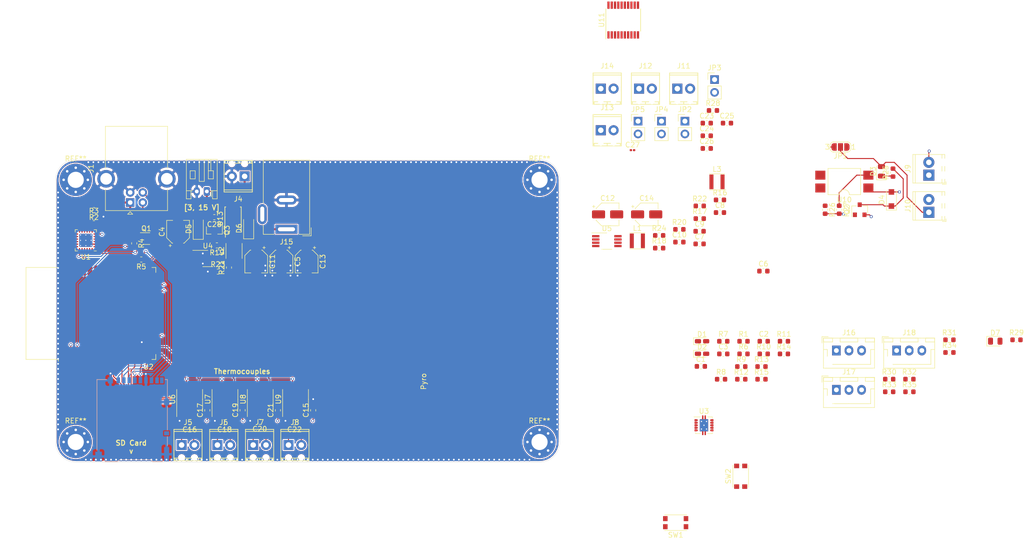
<source format=kicad_pcb>
(kicad_pcb (version 20171130) (host pcbnew "(5.1.4)-1")
  (layers (0 F.Cu signal) (1 In1.Cu power) (2 In2.Cu power) (31 B.Cu signal) (34 B.Paste user) (35 F.Paste user) (36 B.SilkS user) (37 F.SilkS user) (38 B.Mask user) (39 F.Mask user) (44 Edge.Cuts user))
  (net 0 "")
  (net 1 GND)
  (net 2 "Net-(J1-Pad3)")
  (net 3 "Net-(J1-Pad2)")
  (net 4 +3V3)
  (net 5 /RTS)
  (net 6 "Net-(Q1-Pad2)")
  (net 7 "Net-(Q1-Pad5)")
  (net 8 /RESET)
  (net 9 /DTR)
  (net 10 /TX)
  (net 11 /RX)
  (net 12 /thermocouples/T1_T-)
  (net 13 /thermocouples/T1_T+)
  (net 14 /thermocouples/T2_T-)
  (net 15 /thermocouples/T2_T+)
  (net 16 /thermocouples/T3_T-)
  (net 17 /thermocouples/T3_T+)
  (net 18 /thermocouples/T4_T-)
  (net 19 /thermocouples/T4_T+)
  (net 20 /MISO)
  (net 21 /SCLK)
  (net 22 /MOSI)
  (net 23 VDD)
  (net 24 /SD_D0)
  (net 25 /SD_CLK)
  (net 26 /SD_CMD)
  (net 27 /SD_D3)
  (net 28 /SD_D2)
  (net 29 /SD_D1)
  (net 30 /BOOT)
  (net 31 /power/PG)
  (net 32 /~TC_CS3)
  (net 33 /~TC_CS2)
  (net 34 /~TC_CS1)
  (net 35 /~TC_CS4)
  (net 36 "Net-(D3-Pad2)")
  (net 37 "Net-(D3-Pad1)")
  (net 38 "Net-(D4-Pad2)")
  (net 39 "Net-(D4-Pad1)")
  (net 40 "Net-(R2-Pad2)")
  (net 41 /LED)
  (net 42 "Net-(C7-Pad2)")
  (net 43 "Net-(C7-Pad1)")
  (net 44 "Net-(C8-Pad1)")
  (net 45 +12V)
  (net 46 /power/VO)
  (net 47 +5V)
  (net 48 /analogue/AIN0P)
  (net 49 /analogue/AIN0N)
  (net 50 /analogue/AIN1P)
  (net 51 /analogue/AIN1N)
  (net 52 /analogue/AIN2P)
  (net 53 /analogue/AIN2N)
  (net 54 /analogue/AIN3P)
  (net 55 /analogue/AIN3N)
  (net 56 "Net-(C27-Pad2)")
  (net 57 VBUS)
  (net 58 "Net-(J9-Pad1)")
  (net 59 "Net-(L1-Pad2)")
  (net 60 "Net-(L2-Pad1)")
  (net 61 "Net-(L3-Pad1)")
  (net 62 /PYRO)
  (net 63 "Net-(R16-Pad2)")
  (net 64 "Net-(R21-Pad1)")
  (net 65 "Net-(R22-Pad1)")
  (net 66 "Net-(R27-Pad1)")
  (net 67 "Net-(R28-Pad1)")
  (net 68 /CLKOUT)
  (net 69 "Net-(C2-Pad1)")
  (net 70 "Net-(C3-Pad1)")
  (net 71 "Net-(D1-Pad2)")
  (net 72 "Net-(D2-Pad2)")
  (net 73 +BATT)
  (net 74 "Net-(C28-Pad1)")
  (net 75 VCC)
  (net 76 "Net-(Q3-Pad1)")
  (net 77 "Net-(D7-Pad1)")
  (net 78 "Net-(J16-Pad3)")
  (net 79 "Net-(J17-Pad3)")
  (net 80 "Net-(J18-Pad3)")
  (net 81 /CONT)
  (net 82 /ptaps/PTAP1)
  (net 83 /ptaps/PTAP2)
  (net 84 /ptaps/PTAP3)
  (module Resistor_SMD:R_0603_1608Metric (layer F.Cu) (at 269.37 126.045)
    (fp_text reference R35 (at 0 -1.43) (layer F.SilkS))
    (fp_text value 43k)
    (pad 2 smd roundrect (at 0.7875 0) (size 0.875 0.95) (layers F.Cu F.Paste F.Mask) (net 1 GND))
    (pad 1 smd roundrect (at -0.7875 0) (size 0.875 0.95) (layers F.Cu F.Paste F.Mask) (net 84 /ptaps/PTAP3))
  )
  (module Resistor_SMD:R_0603_1608Metric (layer F.Cu) (at 277.31 118.245)
    (fp_text reference R34 (at 0 -1.43) (layer F.SilkS))
    (fp_text value 22k)
    (pad 2 smd roundrect (at 0.7875 0) (size 0.875 0.95) (layers F.Cu F.Paste F.Mask) (net 84 /ptaps/PTAP3))
    (pad 1 smd roundrect (at -0.7875 0) (size 0.875 0.95) (layers F.Cu F.Paste F.Mask) (net 80 "Net-(J18-Pad3)"))
  )
  (module Resistor_SMD:R_0603_1608Metric (layer F.Cu) (at 265.36 126.045)
    (fp_text reference R33 (at 0 -1.43) (layer F.SilkS))
    (fp_text value 43k)
    (pad 2 smd roundrect (at 0.7875 0) (size 0.875 0.95) (layers F.Cu F.Paste F.Mask) (net 1 GND))
    (pad 1 smd roundrect (at -0.7875 0) (size 0.875 0.95) (layers F.Cu F.Paste F.Mask) (net 83 /ptaps/PTAP2))
  )
  (module Resistor_SMD:R_0603_1608Metric (layer F.Cu) (at 269.37 123.535)
    (fp_text reference R32 (at 0 -1.43) (layer F.SilkS))
    (fp_text value 22k)
    (pad 2 smd roundrect (at 0.7875 0) (size 0.875 0.95) (layers F.Cu F.Paste F.Mask) (net 83 /ptaps/PTAP2))
    (pad 1 smd roundrect (at -0.7875 0) (size 0.875 0.95) (layers F.Cu F.Paste F.Mask) (net 79 "Net-(J17-Pad3)"))
  )
  (module Resistor_SMD:R_0603_1608Metric (layer F.Cu) (at 277.31 115.735)
    (fp_text reference R31 (at 0 -1.43) (layer F.SilkS))
    (fp_text value 43k)
    (pad 2 smd roundrect (at 0.7875 0) (size 0.875 0.95) (layers F.Cu F.Paste F.Mask) (net 1 GND))
    (pad 1 smd roundrect (at -0.7875 0) (size 0.875 0.95) (layers F.Cu F.Paste F.Mask) (net 82 /ptaps/PTAP1))
  )
  (module Resistor_SMD:R_0603_1608Metric (layer F.Cu) (at 265.36 123.535)
    (fp_text reference R30 (at 0 -1.43) (layer F.SilkS))
    (fp_text value 22k)
    (pad 2 smd roundrect (at 0.7875 0) (size 0.875 0.95) (layers F.Cu F.Paste F.Mask) (net 82 /ptaps/PTAP1))
    (pad 1 smd roundrect (at -0.7875 0) (size 0.875 0.95) (layers F.Cu F.Paste F.Mask) (net 78 "Net-(J16-Pad3)"))
  )
  (module Resistor_SMD:R_0603_1608Metric (layer F.Cu) (at 290.61 115.735)
    (fp_text reference R29 (at 0 -1.43) (layer F.SilkS))
    (fp_text value 470)
    (pad 2 smd roundrect (at 0.7875 0) (size 0.875 0.95) (layers F.Cu F.Paste F.Mask) (net 1 GND))
    (pad 1 smd roundrect (at -0.7875 0) (size 0.875 0.95) (layers F.Cu F.Paste F.Mask) (net 77 "Net-(D7-Pad1)"))
  )
  (module Connector_JST:JST_XH_B03B-XH-AM_1x03_P2.50mm_Vertical (layer F.Cu) (at 266.83 117.855)
    (fp_text reference J18 (at 2.5 -3.55) (layer F.SilkS))
    (fp_text value Conn_01x03)
    (pad "" np_thru_hole circle (at -1.6 2) (size 1.2 1.2) (drill 1.2) (layers *.Cu *.Mask))
    (pad 3 thru_hole oval (at 5 0) (size 1.7 1.95) (drill 0.95) (layers *.Cu *.Mask) (net 80 "Net-(J18-Pad3)"))
    (pad 2 thru_hole oval (at 2.5 0) (size 1.7 1.95) (drill 0.95) (layers *.Cu *.Mask) (net 47 +5V))
    (pad 1 thru_hole rect (at 0 0) (size 1.7 1.95) (drill 0.95) (layers *.Cu *.Mask) (net 1 GND))
  )
  (module Connector_JST:JST_XH_B03B-XH-AM_1x03_P2.50mm_Vertical (layer F.Cu) (at 254.88 125.655)
    (fp_text reference J17 (at 2.5 -3.55) (layer F.SilkS))
    (fp_text value Conn_01x03)
    (pad "" np_thru_hole circle (at -1.6 2) (size 1.2 1.2) (drill 1.2) (layers *.Cu *.Mask))
    (pad 3 thru_hole oval (at 5 0) (size 1.7 1.95) (drill 0.95) (layers *.Cu *.Mask) (net 79 "Net-(J17-Pad3)"))
    (pad 2 thru_hole oval (at 2.5 0) (size 1.7 1.95) (drill 0.95) (layers *.Cu *.Mask) (net 47 +5V))
    (pad 1 thru_hole rect (at 0 0) (size 1.7 1.95) (drill 0.95) (layers *.Cu *.Mask) (net 1 GND))
  )
  (module Connector_JST:JST_XH_B03B-XH-AM_1x03_P2.50mm_Vertical (layer F.Cu) (at 254.88 117.855)
    (fp_text reference J16 (at 2.5 -3.55) (layer F.SilkS))
    (fp_text value Conn_01x03)
    (pad "" np_thru_hole circle (at -1.6 2) (size 1.2 1.2) (drill 1.2) (layers *.Cu *.Mask))
    (pad 3 thru_hole oval (at 5 0) (size 1.7 1.95) (drill 0.95) (layers *.Cu *.Mask) (net 78 "Net-(J16-Pad3)"))
    (pad 2 thru_hole oval (at 2.5 0) (size 1.7 1.95) (drill 0.95) (layers *.Cu *.Mask) (net 47 +5V))
    (pad 1 thru_hole rect (at 0 0) (size 1.7 1.95) (drill 0.95) (layers *.Cu *.Mask) (net 1 GND))
  )
  (module LED_SMD:LED_0805_2012Metric (layer F.Cu) (at 286.4 116)
    (fp_text reference D7 (at 0 -1.65) (layer F.SilkS))
    (fp_text value CONTINUITY)
    (pad 2 smd roundrect (at 0.9375 0) (size 0.975 1.4) (layers F.Cu F.Paste F.Mask) (net 38 "Net-(D4-Pad2)"))
    (pad 1 smd roundrect (at -0.9375 0) (size 0.975 1.4) (layers F.Cu F.Paste F.Mask) (net 77 "Net-(D7-Pad1)"))
  )
  (module Diode_SMD:D_SOD-123F (layer F.Cu) (at 265.8 87.8 90)
    (fp_text reference D4 (at -0.127 -1.905 90) (layer F.SilkS))
    (fp_text value D_Schottky)
    (pad 2 smd rect (at 1.4 0 90) (size 1.1 1.1) (layers F.Cu F.Paste F.Mask) (net 38 "Net-(D4-Pad2)"))
    (pad 1 smd rect (at -1.4 0 90) (size 1.1 1.1) (layers F.Cu F.Paste F.Mask) (net 39 "Net-(D4-Pad1)"))
  )
  (module Package_TO_SOT_SMD:SOT-23 (layer F.Cu) (at 131.5 94 270)
    (fp_text reference Q3 (at 0 -2.5 90) (layer F.SilkS))
    (fp_text value PMV20ENR)
    (pad 3 smd rect (at 1 0 270) (size 0.9 0.8) (layers F.Cu F.Paste F.Mask) (net 23 VDD))
    (pad 2 smd rect (at -1 0.95 270) (size 0.9 0.8) (layers F.Cu F.Paste F.Mask) (net 73 +BATT))
    (pad 1 smd rect (at -1 -0.95 270) (size 0.9 0.8) (layers F.Cu F.Paste F.Mask) (net 76 "Net-(Q3-Pad1)"))
  )
  (module Diode_SMD:D_SOD-123F (layer F.Cu) (at 138.3 93.5 90)
    (fp_text reference D6 (at -0.127 -1.905 90) (layer F.SilkS))
    (fp_text value D_Schottky)
    (pad 2 smd rect (at 1.4 0 90) (size 1.1 1.1) (layers F.Cu F.Paste F.Mask) (net 75 VCC))
    (pad 1 smd rect (at -1.4 0 90) (size 1.1 1.1) (layers F.Cu F.Paste F.Mask) (net 23 VDD))
  )
  (module Diode_SMD:D_SOD-123F (layer F.Cu) (at 128.3 93.6 90)
    (fp_text reference D5 (at -0.127 -1.905 90) (layer F.SilkS))
    (fp_text value D_Schottky)
    (pad 2 smd rect (at 1.4 0 90) (size 1.1 1.1) (layers F.Cu F.Paste F.Mask) (net 57 VBUS))
    (pad 1 smd rect (at -1.4 0 90) (size 1.1 1.1) (layers F.Cu F.Paste F.Mask) (net 23 VDD))
  )
  (module Capacitor_SMD:C_0603_1608Metric (layer F.Cu) (at 131.4875 91.4 180)
    (fp_text reference C28 (at 0 -1.43) (layer F.SilkS))
    (fp_text value 2.2n)
    (pad 2 smd roundrect (at 0.7875 0 180) (size 0.875 0.95) (layers F.Cu F.Paste F.Mask) (net 73 +BATT))
    (pad 1 smd roundrect (at -0.7875 0 180) (size 0.875 0.95) (layers F.Cu F.Paste F.Mask) (net 74 "Net-(C28-Pad1)"))
  )
  (module Package_SO:TSSOP-8_4.4x3mm_P0.65mm (layer F.Cu) (at 135.2 91.7 90)
    (fp_text reference U13 (at 0 -2.55 90) (layer F.SilkS))
    (fp_text value TPS2412PW)
    (pad 8 smd rect (at 2.95 -0.975 90) (size 1.45 0.45) (layers F.Cu F.Paste F.Mask) (net 74 "Net-(C28-Pad1)"))
    (pad 7 smd rect (at 2.95 -0.325 90) (size 1.45 0.45) (layers F.Cu F.Paste F.Mask) (net 73 +BATT))
    (pad 6 smd rect (at 2.95 0.325 90) (size 1.45 0.45) (layers F.Cu F.Paste F.Mask) (net 23 VDD))
    (pad 5 smd rect (at 2.95 0.975 90) (size 1.45 0.45) (layers F.Cu F.Paste F.Mask) (net 76 "Net-(Q3-Pad1)"))
    (pad 4 smd rect (at -2.95 0.975 90) (size 1.45 0.45) (layers F.Cu F.Paste F.Mask) (net 1 GND))
    (pad 3 smd rect (at -2.95 0.325 90) (size 1.45 0.45) (layers F.Cu F.Paste F.Mask) (net 1 GND))
    (pad 2 smd rect (at -2.95 -0.325 90) (size 1.45 0.45) (layers F.Cu F.Paste F.Mask))
    (pad 1 smd rect (at -2.95 -0.975 90) (size 1.45 0.45) (layers F.Cu F.Paste F.Mask) (net 23 VDD))
  )
  (module Resistor_SMD:R_0603_1608Metric (layer F.Cu) (at 132.2 102.2)
    (fp_text reference R23 (at 0 -1.43) (layer F.SilkS))
    (fp_text value 20k)
    (pad 2 smd roundrect (at 0.7875 0) (size 0.875 0.95) (layers F.Cu F.Paste F.Mask) (net 64 "Net-(R21-Pad1)"))
    (pad 1 smd roundrect (at -0.7875 0) (size 0.875 0.95) (layers F.Cu F.Paste F.Mask) (net 1 GND))
  )
  (module Resistor_SMD:R_0603_1608Metric (layer F.Cu) (at 132 97 180)
    (fp_text reference R19 (at 0 -1.43) (layer F.SilkS))
    (fp_text value 100k)
    (pad 2 smd roundrect (at 0.7875 0 180) (size 0.875 0.95) (layers F.Cu F.Paste F.Mask) (net 31 /power/PG))
    (pad 1 smd roundrect (at -0.7875 0 180) (size 0.875 0.95) (layers F.Cu F.Paste F.Mask) (net 4 +3V3))
  )
  (module Resistor_SMD:R_0603_1608Metric (layer F.Cu) (at 134.4 101.4 90)
    (fp_text reference R21 (at 0 -1.43 90) (layer F.SilkS))
    (fp_text value 62k5)
    (pad 2 smd roundrect (at 0.7875 0 90) (size 0.875 0.95) (layers F.Cu F.Paste F.Mask) (net 4 +3V3))
    (pad 1 smd roundrect (at -0.7875 0 90) (size 0.875 0.95) (layers F.Cu F.Paste F.Mask) (net 64 "Net-(R21-Pad1)"))
  )
  (module Housings_SSOP:VSSOP-8_3.0x3.0mm_Pitch0.65mm (layer F.Cu) (at 130.2 99.6)
    (fp_text reference U4 (at 0 -2.5) (layer F.SilkS))
    (fp_text value TPS62160DGK)
    (pad 8 smd rect (at 2.2 -0.975 270) (size 0.45 1.45) (layers F.Cu F.Paste F.Mask) (net 31 /power/PG))
    (pad 7 smd rect (at 2.2 -0.325 270) (size 0.45 1.45) (layers F.Cu F.Paste F.Mask) (net 60 "Net-(L2-Pad1)"))
    (pad 6 smd rect (at 2.2 0.325 270) (size 0.45 1.45) (layers F.Cu F.Paste F.Mask) (net 4 +3V3))
    (pad 5 smd rect (at 2.2 0.975 270) (size 0.45 1.45) (layers F.Cu F.Paste F.Mask) (net 64 "Net-(R21-Pad1)"))
    (pad 4 smd rect (at -2.2 0.975 270) (size 0.45 1.45) (layers F.Cu F.Paste F.Mask) (net 1 GND))
    (pad 3 smd rect (at -2.2 0.325 270) (size 0.45 1.45) (layers F.Cu F.Paste F.Mask) (net 23 VDD))
    (pad 2 smd rect (at -2.2 -0.325 270) (size 0.45 1.45) (layers F.Cu F.Paste F.Mask) (net 23 VDD))
    (pad 1 smd rect (at -2.2 -0.975 270) (size 0.45 1.45) (layers F.Cu F.Paste F.Mask) (net 1 GND))
  )
  (module Connector_BarrelJack:BarrelJack_Wuerth_6941xx301002 (layer F.Cu) (at 145.8 93.8 180)
    (fp_text reference J15 (at 0 -2.5) (layer F.SilkS))
    (fp_text value Barrel_Jack_Switch)
    (pad 1 thru_hole rect (at 0 0 180) (size 4.4 1.8) (drill oval 3.4 0.8) (layers *.Cu *.Mask) (net 75 VCC))
    (pad 2 thru_hole oval (at 0 5.8 180) (size 4 1.8) (drill oval 3 0.8) (layers *.Cu *.Mask) (net 1 GND))
    (pad 3 thru_hole oval (at 4.8 3 270) (size 4 1.8) (drill oval 3 0.8) (layers *.Cu *.Mask))
  )
  (module Connector_USB:USB_B_OST_USB-B1HSxx_Horizontal (layer F.Cu) (at 114.8 88.5 90)
    (fp_text reference J1 (at 6.76 -7.77 90) (layer F.SilkS))
    (fp_text value USB_B)
    (pad 5 thru_hole circle (at 4.71 7.27 90) (size 3.5 3.5) (drill 2.33) (layers *.Cu *.Mask) (net 1 GND))
    (pad 5 thru_hole circle (at 4.71 -4.77 90) (size 3.5 3.5) (drill 2.33) (layers *.Cu *.Mask) (net 1 GND))
    (pad 4 thru_hole circle (at 2 0 90) (size 1.7 1.7) (drill 0.92) (layers *.Cu *.Mask) (net 1 GND))
    (pad 3 thru_hole circle (at 2 2.5 90) (size 1.7 1.7) (drill 0.92) (layers *.Cu *.Mask) (net 2 "Net-(J1-Pad3)"))
    (pad 2 thru_hole circle (at 0 2.5 90) (size 1.7 1.7) (drill 0.92) (layers *.Cu *.Mask) (net 3 "Net-(J1-Pad2)"))
    (pad 1 thru_hole rect (at 0 0 90) (size 1.7 1.7) (drill 0.92) (layers *.Cu *.Mask) (net 57 VBUS))
  )
  (module Jumper:SolderJumper-3_P1.3mm_Open_RoundedPad1.0x1.5mm_NumberLabels (layer F.Cu) (at 255.698 77.484 180)
    (fp_text reference JP1 (at 0 -1.8) (layer F.SilkS))
    (fp_text value SolderJumper_3_Open)
    (fp_text user 1 (at -2.6 0) (layer F.SilkS))
    (fp_text user 3 (at 2.6 0) (layer F.SilkS))
    (pad 2 smd rect (at 0 0 180) (size 1 1.5) (layers F.Cu F.Mask) (net 36 "Net-(D3-Pad2)"))
    (pad 3 smd custom (at 1.3 0 180) (size 1 0.5) (layers F.Cu F.Mask) (net 4 +3V3) (options (clearance outline) (anchor rect)) (primitives (gr_circle (center 0 0.25) (end 0.5 0.25) (width 0)) (gr_circle (center 0 -0.25) (end 0.5 -0.25) (width 0)) (gr_poly (pts (xy -0.55 -0.75) (xy 0 -0.75) (xy 0 0.75) (xy -0.55 0.75)) (width 0))))
    (pad 1 smd custom (at -1.3 0 180) (size 1 0.5) (layers F.Cu F.Mask) (net 58 "Net-(J9-Pad1)") (options (clearance outline) (anchor rect)) (primitives (gr_circle (center 0 0.25) (end 0.5 0.25) (width 0)) (gr_circle (center 0 -0.25) (end 0.5 -0.25) (width 0)) (gr_poly (pts (xy 0.55 -0.75) (xy 0 -0.75) (xy 0 0.75) (xy 0.55 0.75)) (width 0))))
  )
  (module TerminalBlock_Phoenix:TerminalBlock_Phoenix_MPT-2.54mm_2pol (layer F.Cu) (at 208.15 65.91)
    (fp_text reference J14 (at 1.27 -4.50088) (layer F.SilkS))
    (fp_text value Screw_Terminal_01x01)
    (pad 2 thru_hole oval (at 2.54 0) (size 1.99898 1.99898) (drill 1.09728) (layers *.Cu *.Mask) (net 55 /analogue/AIN3N))
    (pad 1 thru_hole rect (at 0 0) (size 1.99898 1.99898) (drill 1.09728) (layers *.Cu *.Mask) (net 54 /analogue/AIN3P))
    (pad "" np_thru_hole circle (at 0 2.54) (size 1.1 1.1) (drill 1.1) (layers *.Cu *.Mask))
    (pad "" np_thru_hole circle (at 2.54 2.54) (size 1.1 1.1) (drill 1.1) (layers *.Cu *.Mask))
  )
  (module TerminalBlock_Phoenix:TerminalBlock_Phoenix_MPT-2.54mm_2pol (layer F.Cu) (at 208.15 74.16)
    (fp_text reference J13 (at 1.27 -4.50088) (layer F.SilkS))
    (fp_text value Screw_Terminal_01x01)
    (pad 2 thru_hole oval (at 2.54 0) (size 1.99898 1.99898) (drill 1.09728) (layers *.Cu *.Mask) (net 53 /analogue/AIN2N))
    (pad 1 thru_hole rect (at 0 0) (size 1.99898 1.99898) (drill 1.09728) (layers *.Cu *.Mask) (net 52 /analogue/AIN2P))
    (pad "" np_thru_hole circle (at 0 2.54) (size 1.1 1.1) (drill 1.1) (layers *.Cu *.Mask))
    (pad "" np_thru_hole circle (at 2.54 2.54) (size 1.1 1.1) (drill 1.1) (layers *.Cu *.Mask))
  )
  (module TerminalBlock_Phoenix:TerminalBlock_Phoenix_MPT-2.54mm_2pol (layer F.Cu) (at 215.74 65.91)
    (fp_text reference J12 (at 1.27 -4.50088) (layer F.SilkS))
    (fp_text value Screw_Terminal_01x01)
    (pad 2 thru_hole oval (at 2.54 0) (size 1.99898 1.99898) (drill 1.09728) (layers *.Cu *.Mask) (net 51 /analogue/AIN1N))
    (pad 1 thru_hole rect (at 0 0) (size 1.99898 1.99898) (drill 1.09728) (layers *.Cu *.Mask) (net 50 /analogue/AIN1P))
    (pad "" np_thru_hole circle (at 0 2.54) (size 1.1 1.1) (drill 1.1) (layers *.Cu *.Mask))
    (pad "" np_thru_hole circle (at 2.54 2.54) (size 1.1 1.1) (drill 1.1) (layers *.Cu *.Mask))
  )
  (module TerminalBlock_Phoenix:TerminalBlock_Phoenix_MPT-2.54mm_2pol (layer F.Cu) (at 223.33 65.91)
    (fp_text reference J11 (at 1.27 -4.50088) (layer F.SilkS))
    (fp_text value Screw_Terminal_01x01)
    (pad 2 thru_hole oval (at 2.54 0) (size 1.99898 1.99898) (drill 1.09728) (layers *.Cu *.Mask) (net 49 /analogue/AIN0N))
    (pad 1 thru_hole rect (at 0 0) (size 1.99898 1.99898) (drill 1.09728) (layers *.Cu *.Mask) (net 48 /analogue/AIN0P))
    (pad "" np_thru_hole circle (at 0 2.54) (size 1.1 1.1) (drill 1.1) (layers *.Cu *.Mask))
    (pad "" np_thru_hole circle (at 2.54 2.54) (size 1.1 1.1) (drill 1.1) (layers *.Cu *.Mask))
  )
  (module TerminalBlock_Phoenix:TerminalBlock_Phoenix_MPT-2.54mm_2pol (layer F.Cu) (at 146.2 136.6)
    (fp_text reference J8 (at 1.27 -4.50088) (layer F.SilkS))
    (fp_text value Screw_Terminal_Thermo_4)
    (pad 2 thru_hole oval (at 2.54 0) (size 1.99898 1.99898) (drill 1.09728) (layers *.Cu *.Mask) (net 19 /thermocouples/T4_T+))
    (pad 1 thru_hole rect (at 0 0) (size 1.99898 1.99898) (drill 1.09728) (layers *.Cu *.Mask) (net 18 /thermocouples/T4_T-))
    (pad "" np_thru_hole circle (at 0 2.54) (size 1.1 1.1) (drill 1.1) (layers *.Cu *.Mask))
    (pad "" np_thru_hole circle (at 2.54 2.54) (size 1.1 1.1) (drill 1.1) (layers *.Cu *.Mask))
  )
  (module TerminalBlock_Phoenix:TerminalBlock_Phoenix_MPT-2.54mm_2pol (layer F.Cu) (at 139.2 136.6)
    (fp_text reference J7 (at 1.27 -4.50088) (layer F.SilkS))
    (fp_text value Screw_Terminal_Thermo_3)
    (pad 2 thru_hole oval (at 2.54 0) (size 1.99898 1.99898) (drill 1.09728) (layers *.Cu *.Mask) (net 17 /thermocouples/T3_T+))
    (pad 1 thru_hole rect (at 0 0) (size 1.99898 1.99898) (drill 1.09728) (layers *.Cu *.Mask) (net 16 /thermocouples/T3_T-))
    (pad "" np_thru_hole circle (at 0 2.54) (size 1.1 1.1) (drill 1.1) (layers *.Cu *.Mask))
    (pad "" np_thru_hole circle (at 2.54 2.54) (size 1.1 1.1) (drill 1.1) (layers *.Cu *.Mask))
  )
  (module TerminalBlock_Phoenix:TerminalBlock_Phoenix_MPT-2.54mm_2pol (layer F.Cu) (at 132.1 136.6)
    (fp_text reference J6 (at 1.27 -4.50088) (layer F.SilkS))
    (fp_text value Screw_Terminal_Thermo_2)
    (pad 2 thru_hole oval (at 2.54 0) (size 1.99898 1.99898) (drill 1.09728) (layers *.Cu *.Mask) (net 15 /thermocouples/T2_T+))
    (pad 1 thru_hole rect (at 0 0) (size 1.99898 1.99898) (drill 1.09728) (layers *.Cu *.Mask) (net 14 /thermocouples/T2_T-))
    (pad "" np_thru_hole circle (at 0 2.54) (size 1.1 1.1) (drill 1.1) (layers *.Cu *.Mask))
    (pad "" np_thru_hole circle (at 2.54 2.54) (size 1.1 1.1) (drill 1.1) (layers *.Cu *.Mask))
  )
  (module TerminalBlock_Phoenix:TerminalBlock_Phoenix_MPT-2.54mm_2pol (layer F.Cu) (at 125 136.6)
    (fp_text reference J5 (at 1.27 -4.50088) (layer F.SilkS))
    (fp_text value Screw_Terminal_Thermo_1)
    (pad 2 thru_hole oval (at 2.54 0) (size 1.99898 1.99898) (drill 1.09728) (layers *.Cu *.Mask) (net 13 /thermocouples/T1_T+))
    (pad 1 thru_hole rect (at 0 0) (size 1.99898 1.99898) (drill 1.09728) (layers *.Cu *.Mask) (net 12 /thermocouples/T1_T-))
    (pad "" np_thru_hole circle (at 0 2.54) (size 1.1 1.1) (drill 1.1) (layers *.Cu *.Mask))
    (pad "" np_thru_hole circle (at 2.54 2.54) (size 1.1 1.1) (drill 1.1) (layers *.Cu *.Mask))
  )
  (module TerminalBlock_Phoenix:TerminalBlock_Phoenix_MPT-2.54mm_2pol (layer F.Cu) (at 137.5 83.3 180)
    (fp_text reference J4 (at 1.27 -4.50088) (layer F.SilkS))
    (fp_text value Screw_Terminal_01x02)
    (pad 2 thru_hole oval (at 2.54 0 180) (size 1.99898 1.99898) (drill 1.09728) (layers *.Cu *.Mask) (net 1 GND))
    (pad 1 thru_hole rect (at 0 0 180) (size 1.99898 1.99898) (drill 1.09728) (layers *.Cu *.Mask) (net 75 VCC))
    (pad "" np_thru_hole circle (at 0 2.54 180) (size 1.1 1.1) (drill 1.1) (layers *.Cu *.Mask))
    (pad "" np_thru_hole circle (at 2.54 2.54 180) (size 1.1 1.1) (drill 1.1) (layers *.Cu *.Mask))
  )
  (module Capacitor_SMD:C_0603_1608Metric (layer F.Cu) (at 151.1 129.7125 90)
    (fp_text reference C15 (at 0 -1.43 90) (layer F.SilkS))
    (fp_text value 100nF)
    (pad 1 smd roundrect (at -0.7875 0 90) (size 0.875 0.95) (layers F.Cu F.Paste F.Mask) (net 4 +3V3))
    (pad 2 smd roundrect (at 0.7875 0 90) (size 0.875 0.95) (layers F.Cu F.Paste F.Mask) (net 1 GND))
  )
  (module Connector_Card:microSD_HC_Hirose_DM3AT-SF-PEJM5 (layer B.Cu) (at 115.2 131.5 180)
    (fp_text reference J2 (at -0.075 9.525) (layer B.SilkS) (effects (justify mirror)))
    (fp_text value Micro_SD_Card_Det_Hirose_DM3AT)
    (pad 9 smd rect (at -5.875 7.725 180) (size 0.7 1.2) (layers B.Cu B.Paste B.Mask))
    (pad 8 smd rect (at -4.925 7.725 180) (size 0.7 1.2) (layers B.Cu B.Paste B.Mask) (net 29 /SD_D1))
    (pad 1 smd rect (at 2.775 7.725 180) (size 0.7 1.2) (layers B.Cu B.Paste B.Mask) (net 28 /SD_D2))
    (pad 2 smd rect (at 1.675 7.725 180) (size 0.7 1.2) (layers B.Cu B.Paste B.Mask) (net 27 /SD_D3))
    (pad 3 smd rect (at 0.575 7.725 180) (size 0.7 1.2) (layers B.Cu B.Paste B.Mask) (net 26 /SD_CMD))
    (pad 4 smd rect (at -0.525 7.725 180) (size 0.7 1.2) (layers B.Cu B.Paste B.Mask) (net 4 +3V3))
    (pad 5 smd rect (at -1.625 7.725 180) (size 0.7 1.2) (layers B.Cu B.Paste B.Mask) (net 25 /SD_CLK))
    (pad 6 smd rect (at -2.725 7.725 180) (size 0.7 1.2) (layers B.Cu B.Paste B.Mask) (net 1 GND))
    (pad 7 smd rect (at -3.825 7.725 180) (size 0.7 1.2) (layers B.Cu B.Paste B.Mask) (net 24 /SD_D0))
    (pad 11 smd rect (at 4.325 7.725 180) (size 1 1.2) (layers B.Cu B.Paste B.Mask) (net 1 GND))
    (pad 11 smd rect (at -6.825 3.425 180) (size 1 1.2) (layers B.Cu B.Paste B.Mask) (net 1 GND))
    (pad 10 smd rect (at -6.825 -2.775 180) (size 1 0.8) (layers B.Cu B.Paste B.Mask))
    (pad 11 smd rect (at -6.825 -6.925 180) (size 1 2.8) (layers B.Cu B.Paste B.Mask) (net 1 GND))
    (pad 11 smd rect (at 6.675 -7.375 180) (size 1.3 1.9) (layers B.Cu B.Paste B.Mask) (net 1 GND))
  )
  (module RF_Module:ESP32-WROOM-32 (layer F.Cu) (at 110 110.5 90)
    (fp_text reference U2 (at -10.61 8.43) (layer F.SilkS))
    (fp_text value ESP32-WROOM-32D)
    (pad 39 smd rect (at -1 -0.755 90) (size 5 5) (layers F.Cu F.Paste F.Mask))
    (pad 1 smd rect (at -8.5 -8.255 90) (size 2 0.9) (layers F.Cu F.Paste F.Mask) (net 1 GND))
    (pad 2 smd rect (at -8.5 -6.985 90) (size 2 0.9) (layers F.Cu F.Paste F.Mask) (net 4 +3V3))
    (pad 3 smd rect (at -8.5 -5.715 90) (size 2 0.9) (layers F.Cu F.Paste F.Mask) (net 8 /RESET))
    (pad 4 smd rect (at -8.5 -4.445 90) (size 2 0.9) (layers F.Cu F.Paste F.Mask))
    (pad 5 smd rect (at -8.5 -3.175 90) (size 2 0.9) (layers F.Cu F.Paste F.Mask))
    (pad 6 smd rect (at -8.5 -1.905 90) (size 2 0.9) (layers F.Cu F.Paste F.Mask))
    (pad 7 smd rect (at -8.5 -0.635 90) (size 2 0.9) (layers F.Cu F.Paste F.Mask))
    (pad 8 smd rect (at -8.5 0.635 90) (size 2 0.9) (layers F.Cu F.Paste F.Mask) (net 35 /~TC_CS4))
    (pad 9 smd rect (at -8.5 1.905 90) (size 2 0.9) (layers F.Cu F.Paste F.Mask))
    (pad 10 smd rect (at -8.5 3.175 90) (size 2 0.9) (layers F.Cu F.Paste F.Mask) (net 32 /~TC_CS3))
    (pad 11 smd rect (at -8.5 4.445 90) (size 2 0.9) (layers F.Cu F.Paste F.Mask) (net 33 /~TC_CS2))
    (pad 12 smd rect (at -8.5 5.715 90) (size 2 0.9) (layers F.Cu F.Paste F.Mask) (net 34 /~TC_CS1))
    (pad 13 smd rect (at -8.5 6.985 90) (size 2 0.9) (layers F.Cu F.Paste F.Mask) (net 25 /SD_CLK))
    (pad 14 smd rect (at -8.5 8.255 90) (size 2 0.9) (layers F.Cu F.Paste F.Mask) (net 28 /SD_D2))
    (pad 15 smd rect (at -5.715 9.255 180) (size 2 0.9) (layers F.Cu F.Paste F.Mask) (net 1 GND))
    (pad 16 smd rect (at -4.445 9.255 180) (size 2 0.9) (layers F.Cu F.Paste F.Mask) (net 27 /SD_D3))
    (pad 17 smd rect (at -3.175 9.255 180) (size 2 0.9) (layers F.Cu F.Paste F.Mask))
    (pad 18 smd rect (at -1.905 9.255 180) (size 2 0.9) (layers F.Cu F.Paste F.Mask))
    (pad 19 smd rect (at -0.635 9.255 180) (size 2 0.9) (layers F.Cu F.Paste F.Mask))
    (pad 20 smd rect (at 0.635 9.255 180) (size 2 0.9) (layers F.Cu F.Paste F.Mask))
    (pad 21 smd rect (at 1.905 9.255 180) (size 2 0.9) (layers F.Cu F.Paste F.Mask))
    (pad 22 smd rect (at 3.175 9.255 180) (size 2 0.9) (layers F.Cu F.Paste F.Mask))
    (pad 23 smd rect (at 4.445 9.255 180) (size 2 0.9) (layers F.Cu F.Paste F.Mask) (net 26 /SD_CMD))
    (pad 24 smd rect (at 5.715 9.255 180) (size 2 0.9) (layers F.Cu F.Paste F.Mask) (net 24 /SD_D0))
    (pad 25 smd rect (at 8.5 8.255 90) (size 2 0.9) (layers F.Cu F.Paste F.Mask) (net 30 /BOOT))
    (pad 26 smd rect (at 8.5 6.985 90) (size 2 0.9) (layers F.Cu F.Paste F.Mask) (net 29 /SD_D1))
    (pad 27 smd rect (at 8.5 5.715 90) (size 2 0.9) (layers F.Cu F.Paste F.Mask))
    (pad 28 smd rect (at 8.5 4.445 90) (size 2 0.9) (layers F.Cu F.Paste F.Mask) (net 68 /CLKOUT))
    (pad 29 smd rect (at 8.5 3.175 90) (size 2 0.9) (layers F.Cu F.Paste F.Mask) (net 41 /LED))
    (pad 30 smd rect (at 8.5 1.905 90) (size 2 0.9) (layers F.Cu F.Paste F.Mask) (net 21 /SCLK))
    (pad 31 smd rect (at 8.5 0.635 90) (size 2 0.9) (layers F.Cu F.Paste F.Mask) (net 20 /MISO))
    (pad 32 smd rect (at 8.5 -0.635 90) (size 2 0.9) (layers F.Cu F.Paste F.Mask))
    (pad 33 smd rect (at 8.5 -1.905 90) (size 2 0.9) (layers F.Cu F.Paste F.Mask) (net 62 /PYRO))
    (pad 34 smd rect (at 8.5 -3.175 90) (size 2 0.9) (layers F.Cu F.Paste F.Mask) (net 10 /TX))
    (pad 35 smd rect (at 8.5 -4.445 90) (size 2 0.9) (layers F.Cu F.Paste F.Mask) (net 11 /RX))
    (pad 36 smd rect (at 8.5 -5.715 90) (size 2 0.9) (layers F.Cu F.Paste F.Mask) (net 81 /CONT))
    (pad 37 smd rect (at 8.5 -6.985 90) (size 2 0.9) (layers F.Cu F.Paste F.Mask) (net 22 /MOSI))
    (pad 38 smd rect (at 8.5 -8.255 90) (size 2 0.9) (layers F.Cu F.Paste F.Mask) (net 1 GND))
  )
  (module Package_DFN_QFN:QFN-24-1EP_4x4mm_P0.5mm_EP2.6x2.6mm_ThermalVias (layer F.Cu) (at 106 96 180)
    (fp_text reference U1 (at 0 -3.3) (layer F.SilkS))
    (fp_text value CP2102N-A01-GQFN24)
    (pad 25 smd roundrect (at 0 0 180) (size 2.6 2.6) (layers F.Cu F.Mask) (roundrect_rratio 0.096154) (net 1 GND))
    (pad 25 thru_hole circle (at -1.05 -1.05 180) (size 0.5 0.5) (drill 0.2) (layers *.Cu) (net 1 GND))
    (pad 25 thru_hole circle (at 0 -1.05 180) (size 0.5 0.5) (drill 0.2) (layers *.Cu) (net 1 GND))
    (pad 25 thru_hole circle (at 1.05 -1.05 180) (size 0.5 0.5) (drill 0.2) (layers *.Cu) (net 1 GND))
    (pad 25 thru_hole circle (at -1.05 0 180) (size 0.5 0.5) (drill 0.2) (layers *.Cu) (net 1 GND))
    (pad 25 thru_hole circle (at 0 0 180) (size 0.5 0.5) (drill 0.2) (layers *.Cu) (net 1 GND))
    (pad 25 thru_hole circle (at 1.05 0 180) (size 0.5 0.5) (drill 0.2) (layers *.Cu) (net 1 GND))
    (pad 25 thru_hole circle (at -1.05 1.05 180) (size 0.5 0.5) (drill 0.2) (layers *.Cu) (net 1 GND))
    (pad 25 thru_hole circle (at 0 1.05 180) (size 0.5 0.5) (drill 0.2) (layers *.Cu) (net 1 GND))
    (pad 25 thru_hole circle (at 1.05 1.05 180) (size 0.5 0.5) (drill 0.2) (layers *.Cu) (net 1 GND))
    (pad 25 smd roundrect (at 0 0 180) (size 2.6 2.6) (layers B.Cu) (roundrect_rratio 0.096154) (net 1 GND))
    (pad 1 smd roundrect (at -1.9375 -1.25 180) (size 0.825 0.25) (layers F.Cu F.Paste F.Mask))
    (pad 2 smd roundrect (at -1.9375 -0.75 180) (size 0.825 0.25) (layers F.Cu F.Paste F.Mask) (net 1 GND))
    (pad 3 smd roundrect (at -1.9375 -0.25 180) (size 0.825 0.25) (layers F.Cu F.Paste F.Mask) (net 2 "Net-(J1-Pad3)"))
    (pad 4 smd roundrect (at -1.9375 0.25 180) (size 0.825 0.25) (layers F.Cu F.Paste F.Mask) (net 3 "Net-(J1-Pad2)"))
    (pad 5 smd roundrect (at -1.9375 0.75 180) (size 0.825 0.25) (layers F.Cu F.Paste F.Mask) (net 4 +3V3))
    (pad 6 smd roundrect (at -1.9375 1.25 180) (size 0.825 0.25) (layers F.Cu F.Paste F.Mask) (net 4 +3V3))
    (pad 7 smd roundrect (at -1.25 1.9375 180) (size 0.25 0.825) (layers F.Cu F.Paste F.Mask) (net 57 VBUS))
    (pad 8 smd roundrect (at -0.75 1.9375 180) (size 0.25 0.825) (layers F.Cu F.Paste F.Mask) (net 40 "Net-(R2-Pad2)"))
    (pad 9 smd roundrect (at -0.25 1.9375 180) (size 0.25 0.825) (layers F.Cu F.Paste F.Mask))
    (pad 10 smd roundrect (at 0.25 1.9375 180) (size 0.25 0.825) (layers F.Cu F.Paste F.Mask))
    (pad 11 smd roundrect (at 0.75 1.9375 180) (size 0.25 0.825) (layers F.Cu F.Paste F.Mask))
    (pad 12 smd roundrect (at 1.25 1.9375 180) (size 0.25 0.825) (layers F.Cu F.Paste F.Mask))
    (pad 13 smd roundrect (at 1.9375 1.25 180) (size 0.825 0.25) (layers F.Cu F.Paste F.Mask))
    (pad 14 smd roundrect (at 1.9375 0.75 180) (size 0.825 0.25) (layers F.Cu F.Paste F.Mask))
    (pad 15 smd roundrect (at 1.9375 0.25 180) (size 0.825 0.25) (layers F.Cu F.Paste F.Mask))
    (pad 16 smd roundrect (at 1.9375 -0.25 180) (size 0.825 0.25) (layers F.Cu F.Paste F.Mask))
    (pad 17 smd roundrect (at 1.9375 -0.75 180) (size 0.825 0.25) (layers F.Cu F.Paste F.Mask))
    (pad 18 smd roundrect (at 1.9375 -1.25 180) (size 0.825 0.25) (layers F.Cu F.Paste F.Mask))
    (pad 19 smd roundrect (at 1.25 -1.9375 180) (size 0.25 0.825) (layers F.Cu F.Paste F.Mask) (net 5 /RTS))
    (pad 20 smd roundrect (at 0.75 -1.9375 180) (size 0.25 0.825) (layers F.Cu F.Paste F.Mask) (net 11 /RX))
    (pad 21 smd roundrect (at 0.25 -1.9375 180) (size 0.25 0.825) (layers F.Cu F.Paste F.Mask) (net 10 /TX))
    (pad 22 smd roundrect (at -0.25 -1.9375 180) (size 0.25 0.825) (layers F.Cu F.Paste F.Mask))
    (pad 23 smd roundrect (at -0.75 -1.9375 180) (size 0.25 0.825) (layers F.Cu F.Paste F.Mask) (net 9 /DTR))
    (pad 24 smd roundrect (at -1.25 -1.9375 180) (size 0.25 0.825) (layers F.Cu F.Paste F.Mask))
  )
  (module Button_Switch_SMD:SW_Push_1P1T_NO_CK_KMR2 (layer F.Cu) (at 235.9 142.8 90)
    (fp_text reference SW2 (at 0 -2.45 90) (layer F.SilkS))
    (fp_text value SW1)
    (pad 2 smd rect (at 2.05 0.8 90) (size 0.9 1) (layers F.Cu F.Paste F.Mask) (net 70 "Net-(C3-Pad1)"))
    (pad 1 smd rect (at 2.05 -0.8 90) (size 0.9 1) (layers F.Cu F.Paste F.Mask) (net 1 GND))
    (pad 2 smd rect (at -2.05 0.8 90) (size 0.9 1) (layers F.Cu F.Paste F.Mask) (net 70 "Net-(C3-Pad1)"))
    (pad 1 smd rect (at -2.05 -0.8 90) (size 0.9 1) (layers F.Cu F.Paste F.Mask) (net 1 GND))
  )
  (module Button_Switch_SMD:SW_Push_1P1T_NO_CK_KMR2 (layer F.Cu) (at 223 152 180)
    (fp_text reference SW1 (at 0 -2.45) (layer F.SilkS))
    (fp_text value SW1)
    (pad 2 smd rect (at 2.05 0.8 180) (size 0.9 1) (layers F.Cu F.Paste F.Mask) (net 69 "Net-(C2-Pad1)"))
    (pad 1 smd rect (at 2.05 -0.8 180) (size 0.9 1) (layers F.Cu F.Paste F.Mask) (net 1 GND))
    (pad 2 smd rect (at -2.05 0.8 180) (size 0.9 1) (layers F.Cu F.Paste F.Mask) (net 69 "Net-(C2-Pad1)"))
    (pad 1 smd rect (at -2.05 -0.8 180) (size 0.9 1) (layers F.Cu F.Paste F.Mask) (net 1 GND))
  )
  (module Housings_SSOP:TSSOP-20_4.4x6.5mm_Pitch0.65mm (layer F.Cu) (at 212.6 52.3 90)
    (fp_text reference U11 (at 0 -4.3 90) (layer F.SilkS))
    (fp_text value ADS131M04)
    (pad 1 smd rect (at -2.95 -2.925 90) (size 1.45 0.45) (layers F.Cu F.Paste F.Mask) (net 4 +3V3))
    (pad 2 smd rect (at -2.95 -2.275 90) (size 1.45 0.45) (layers F.Cu F.Paste F.Mask) (net 1 GND))
    (pad 3 smd rect (at -2.95 -1.625 90) (size 1.45 0.45) (layers F.Cu F.Paste F.Mask) (net 48 /analogue/AIN0P))
    (pad 4 smd rect (at -2.95 -0.975 90) (size 1.45 0.45) (layers F.Cu F.Paste F.Mask) (net 49 /analogue/AIN0N))
    (pad 5 smd rect (at -2.95 -0.325 90) (size 1.45 0.45) (layers F.Cu F.Paste F.Mask) (net 51 /analogue/AIN1N))
    (pad 6 smd rect (at -2.95 0.325 90) (size 1.45 0.45) (layers F.Cu F.Paste F.Mask) (net 50 /analogue/AIN1P))
    (pad 7 smd rect (at -2.95 0.975 90) (size 1.45 0.45) (layers F.Cu F.Paste F.Mask) (net 52 /analogue/AIN2P))
    (pad 8 smd rect (at -2.95 1.625 90) (size 1.45 0.45) (layers F.Cu F.Paste F.Mask) (net 53 /analogue/AIN2N))
    (pad 9 smd rect (at -2.95 2.275 90) (size 1.45 0.45) (layers F.Cu F.Paste F.Mask) (net 55 /analogue/AIN3N))
    (pad 10 smd rect (at -2.95 2.925 90) (size 1.45 0.45) (layers F.Cu F.Paste F.Mask) (net 54 /analogue/AIN3P))
    (pad 11 smd rect (at 2.95 2.925 90) (size 1.45 0.45) (layers F.Cu F.Paste F.Mask) (net 67 "Net-(R28-Pad1)"))
    (pad 12 smd rect (at 2.95 2.275 90) (size 1.45 0.45) (layers F.Cu F.Paste F.Mask))
    (pad 13 smd rect (at 2.95 1.625 90) (size 1.45 0.45) (layers F.Cu F.Paste F.Mask))
    (pad 14 smd rect (at 2.95 0.975 90) (size 1.45 0.45) (layers F.Cu F.Paste F.Mask) (net 21 /SCLK))
    (pad 15 smd rect (at 2.95 0.325 90) (size 1.45 0.45) (layers F.Cu F.Paste F.Mask) (net 20 /MISO))
    (pad 16 smd rect (at 2.95 -0.325 90) (size 1.45 0.45) (layers F.Cu F.Paste F.Mask) (net 22 /MOSI))
    (pad 17 smd rect (at 2.95 -0.975 90) (size 1.45 0.45) (layers F.Cu F.Paste F.Mask) (net 68 /CLKOUT))
    (pad 18 smd rect (at 2.95 -1.625 90) (size 1.45 0.45) (layers F.Cu F.Paste F.Mask) (net 56 "Net-(C27-Pad2)"))
    (pad 19 smd rect (at 2.95 -2.275 90) (size 1.45 0.45) (layers F.Cu F.Paste F.Mask) (net 1 GND))
    (pad 20 smd rect (at 2.95 -2.925 90) (size 1.45 0.45) (layers F.Cu F.Paste F.Mask) (net 4 +3V3))
  )
  (module Housings_SSOP:VSSOP-8_3.0x3.0mm_Pitch0.65mm (layer F.Cu) (at 209.35 96.15)
    (fp_text reference U5 (at 0 -2.5) (layer F.SilkS))
    (fp_text value TPS62160DGK)
    (pad 8 smd rect (at 2.2 -0.975 270) (size 0.45 1.45) (layers F.Cu F.Paste F.Mask) (net 31 /power/PG))
    (pad 7 smd rect (at 2.2 -0.325 270) (size 0.45 1.45) (layers F.Cu F.Paste F.Mask) (net 61 "Net-(L3-Pad1)"))
    (pad 6 smd rect (at 2.2 0.325 270) (size 0.45 1.45) (layers F.Cu F.Paste F.Mask) (net 47 +5V))
    (pad 5 smd rect (at 2.2 0.975 270) (size 0.45 1.45) (layers F.Cu F.Paste F.Mask) (net 65 "Net-(R22-Pad1)"))
    (pad 4 smd rect (at -2.2 0.975 270) (size 0.45 1.45) (layers F.Cu F.Paste F.Mask) (net 1 GND))
    (pad 3 smd rect (at -2.2 0.325 270) (size 0.45 1.45) (layers F.Cu F.Paste F.Mask) (net 4 +3V3))
    (pad 2 smd rect (at -2.2 -0.325 270) (size 0.45 1.45) (layers F.Cu F.Paste F.Mask) (net 4 +3V3))
    (pad 1 smd rect (at -2.2 -0.975 270) (size 0.45 1.45) (layers F.Cu F.Paste F.Mask) (net 1 GND))
  )
  (module Housings_SON:Texas_S-PWSON-N10_ThermalVias (layer F.Cu) (at 228.62 132.68)
    (fp_text reference U3 (at 0 -2.8) (layer F.SilkS))
    (fp_text value TPS61093)
    (pad 1 smd oval (at -1.55 -1) (size 0.65 0.4) (layers F.Cu F.Paste F.Mask) (net 1 GND))
    (pad 2 smd oval (at -1.55 -0.5) (size 0.65 0.4) (layers F.Cu F.Paste F.Mask) (net 4 +3V3))
    (pad 3 smd rect (at -1.75 0) (size 0.25 0.4) (layers F.Cu F.Paste F.Mask) (net 43 "Net-(C7-Pad1)"))
    (pad 4 smd oval (at -1.55 0.5) (size 0.65 0.4) (layers F.Cu F.Paste F.Mask) (net 42 "Net-(C7-Pad2)"))
    (pad 5 smd rect (at -1.75 1) (size 0.25 0.4) (layers F.Cu F.Paste F.Mask) (net 4 +3V3))
    (pad 6 smd oval (at 1.55 1) (size 0.65 0.4) (layers F.Cu F.Paste F.Mask) (net 44 "Net-(C8-Pad1)"))
    (pad 7 smd oval (at 1.55 0.5) (size 0.65 0.4) (layers F.Cu F.Paste F.Mask) (net 63 "Net-(R16-Pad2)"))
    (pad 8 smd rect (at 1.75 0) (size 0.25 0.4) (layers F.Cu F.Paste F.Mask) (net 45 +12V))
    (pad 9 smd rect (at 1.75 -0.5) (size 0.25 0.4) (layers F.Cu F.Paste F.Mask) (net 59 "Net-(L1-Pad2)"))
    (pad 10 smd rect (at 1.75 -1) (size 0.25 0.4) (layers F.Cu F.Paste F.Mask) (net 46 /power/VO))
    (pad 11 smd rect (at -0.45 -0.635) (size 0.68 1.05) (layers F.Cu F.Paste F.Mask))
    (pad 11 thru_hole circle (at 0 0) (size 0.6 0.6) (drill 0.25) (layers *.Cu *.Mask))
    (pad 11 thru_hole circle (at -0.5 -0.75) (size 0.6 0.6) (drill 0.25) (layers *.Cu *.Mask))
    (pad 11 thru_hole circle (at 0.5 -0.75) (size 0.6 0.6) (drill 0.25) (layers *.Cu *.Mask))
    (pad 11 thru_hole circle (at -0.5 0.75) (size 0.6 0.6) (drill 0.25) (layers *.Cu *.Mask))
    (pad 11 thru_hole circle (at 0.5 0.75) (size 0.6 0.6) (drill 0.25) (layers *.Cu *.Mask))
    (pad 11 smd rect (at -0.25 -1.55) (size 0.28 0.8) (layers F.Cu F.Mask))
    (pad 11 smd rect (at -0.25 -1.55) (size 0.26 0.5) (layers F.Cu F.Paste F.Mask))
    (pad 11 smd rect (at 0.25 -1.55) (size 0.28 0.8) (layers F.Cu F.Mask))
    (pad 11 smd rect (at -0.25 1.55) (size 0.28 0.8) (layers F.Cu F.Mask))
    (pad 11 smd rect (at 0.25 1.55) (size 0.28 0.8) (layers F.Cu F.Mask))
    (pad 11 smd rect (at 0.25 -1.55) (size 0.26 0.5) (layers F.Cu F.Paste F.Mask))
    (pad 11 smd rect (at -0.25 1.55) (size 0.26 0.5) (layers F.Cu F.Paste F.Mask))
    (pad 11 smd rect (at 0.25 1.55) (size 0.26 0.5) (layers F.Cu F.Paste F.Mask))
    (pad 11 smd rect (at 0.45 -0.635) (size 0.68 1.05) (layers F.Cu F.Paste F.Mask))
    (pad 11 smd rect (at -0.45 0.635) (size 0.68 1.05) (layers F.Cu F.Paste F.Mask))
    (pad 11 smd rect (at 0.45 0.635) (size 0.68 1.05) (layers F.Cu F.Paste F.Mask))
    (pad 11 smd rect (at 0 0) (size 1.65 2.4) (layers F.Cu F.Mask))
    (pad 1 smd rect (at -1.75 -1) (size 0.25 0.4) (layers F.Cu F.Paste F.Mask) (net 1 GND))
    (pad 2 smd rect (at -1.75 -0.5) (size 0.25 0.4) (layers F.Cu F.Paste F.Mask) (net 4 +3V3))
    (pad 3 smd oval (at -1.55 0) (size 0.65 0.4) (layers F.Cu F.Paste F.Mask) (net 43 "Net-(C7-Pad1)"))
    (pad 4 smd rect (at -1.75 0.5) (size 0.25 0.4) (layers F.Cu F.Paste F.Mask) (net 42 "Net-(C7-Pad2)"))
    (pad 5 smd oval (at -1.55 1) (size 0.65 0.4) (layers F.Cu F.Paste F.Mask) (net 4 +3V3))
    (pad 6 smd rect (at 1.75 1) (size 0.25 0.4) (layers F.Cu F.Paste F.Mask) (net 44 "Net-(C8-Pad1)"))
    (pad 7 smd rect (at 1.75 0.5) (size 0.25 0.4) (layers F.Cu F.Paste F.Mask) (net 63 "Net-(R16-Pad2)"))
    (pad 8 smd oval (at 1.55 0) (size 0.65 0.4) (layers F.Cu F.Paste F.Mask) (net 45 +12V))
    (pad 9 smd oval (at 1.55 -0.5) (size 0.65 0.4) (layers F.Cu F.Paste F.Mask) (net 59 "Net-(L1-Pad2)"))
    (pad 10 smd oval (at 1.55 -1) (size 0.65 0.4) (layers F.Cu F.Paste F.Mask) (net 46 /power/VO))
    (pad 11 smd rect (at -0.001 0) (size 1.65 2.4) (layers B.Cu B.Mask))
  )
  (module Resistor_SMD:R_0603_1608Metric (layer F.Cu) (at 240.03 123.55)
    (fp_text reference R15 (at 0 -1.43) (layer F.SilkS))
    (fp_text value 10k)
    (pad 2 smd roundrect (at 0.7875 0) (size 0.875 0.95) (layers F.Cu F.Paste F.Mask) (net 27 /SD_D3))
    (pad 1 smd roundrect (at -0.7875 0) (size 0.875 0.95) (layers F.Cu F.Paste F.Mask) (net 4 +3V3))
  )
  (module Resistor_SMD:R_0603_1608Metric (layer F.Cu) (at 244.48 118.53)
    (fp_text reference R14 (at 0 -1.43) (layer F.SilkS))
    (fp_text value 10k)
    (pad 2 smd roundrect (at 0.7875 0) (size 0.875 0.95) (layers F.Cu F.Paste F.Mask) (net 28 /SD_D2))
    (pad 1 smd roundrect (at -0.7875 0) (size 0.875 0.95) (layers F.Cu F.Paste F.Mask) (net 4 +3V3))
  )
  (module Resistor_SMD:R_0603_1608Metric (layer F.Cu) (at 240.03 121.04)
    (fp_text reference R13 (at 0 -1.43) (layer F.SilkS))
    (fp_text value 10k)
    (pad 2 smd roundrect (at 0.7875 0) (size 0.875 0.95) (layers F.Cu F.Paste F.Mask) (net 29 /SD_D1))
    (pad 1 smd roundrect (at -0.7875 0) (size 0.875 0.95) (layers F.Cu F.Paste F.Mask) (net 4 +3V3))
  )
  (module Resistor_SMD:R_0603_1608Metric (layer F.Cu) (at 236.02 123.55)
    (fp_text reference R12 (at 0 -1.43) (layer F.SilkS))
    (fp_text value 10k)
    (pad 2 smd roundrect (at 0.7875 0) (size 0.875 0.95) (layers F.Cu F.Paste F.Mask) (net 24 /SD_D0))
    (pad 1 smd roundrect (at -0.7875 0) (size 0.875 0.95) (layers F.Cu F.Paste F.Mask) (net 4 +3V3))
  )
  (module Resistor_SMD:R_0603_1608Metric (layer F.Cu) (at 244.48 116.02)
    (fp_text reference R11 (at 0 -1.43) (layer F.SilkS))
    (fp_text value 10k)
    (pad 2 smd roundrect (at 0.7875 0) (size 0.875 0.95) (layers F.Cu F.Paste F.Mask) (net 26 /SD_CMD))
    (pad 1 smd roundrect (at -0.7875 0) (size 0.875 0.95) (layers F.Cu F.Paste F.Mask) (net 4 +3V3))
  )
  (module Resistor_SMD:R_0603_1608Metric (layer F.Cu) (at 240.47 118.53)
    (fp_text reference R10 (at 0 -1.43) (layer F.SilkS))
    (fp_text value 470)
    (pad 2 smd roundrect (at 0.7875 0) (size 0.875 0.95) (layers F.Cu F.Paste F.Mask) (net 72 "Net-(D2-Pad2)"))
    (pad 1 smd roundrect (at -0.7875 0) (size 0.875 0.95) (layers F.Cu F.Paste F.Mask) (net 4 +3V3))
  )
  (module Resistor_SMD:R_0603_1608Metric (layer F.Cu) (at 236.02 121.04)
    (fp_text reference R9 (at 0 -1.43) (layer F.SilkS))
    (fp_text value 470)
    (pad 2 smd roundrect (at 0.7875 0) (size 0.875 0.95) (layers F.Cu F.Paste F.Mask) (net 71 "Net-(D1-Pad2)"))
    (pad 1 smd roundrect (at -0.7875 0) (size 0.875 0.95) (layers F.Cu F.Paste F.Mask) (net 41 /LED))
  )
  (module Resistor_SMD:R_0603_1608Metric (layer F.Cu) (at 232.01 123.55)
    (fp_text reference R8 (at 0 -1.43) (layer F.SilkS))
    (fp_text value 470)
    (pad 2 smd roundrect (at 0.7875 0) (size 0.875 0.95) (layers F.Cu F.Paste F.Mask) (net 70 "Net-(C3-Pad1)"))
    (pad 1 smd roundrect (at -0.7875 0) (size 0.875 0.95) (layers F.Cu F.Paste F.Mask) (net 30 /BOOT))
  )
  (module Resistor_SMD:R_0603_1608Metric (layer F.Cu) (at 232.45 116.02)
    (fp_text reference R7 (at 0 -1.43) (layer F.SilkS))
    (fp_text value 470)
    (pad 2 smd roundrect (at 0.7875 0) (size 0.875 0.95) (layers F.Cu F.Paste F.Mask) (net 69 "Net-(C2-Pad1)"))
    (pad 1 smd roundrect (at -0.7875 0) (size 0.875 0.95) (layers F.Cu F.Paste F.Mask) (net 8 /RESET))
  )
  (module Resistor_SMD:R_0603_1608Metric (layer F.Cu) (at 236.46 118.53)
    (fp_text reference R6 (at 0 -1.43) (layer F.SilkS))
    (fp_text value 10k)
    (pad 2 smd roundrect (at 0.7875 0) (size 0.875 0.95) (layers F.Cu F.Paste F.Mask))
    (pad 1 smd roundrect (at -0.7875 0) (size 0.875 0.95) (layers F.Cu F.Paste F.Mask) (net 4 +3V3))
  )
  (module Resistor_SMD:R_0603_1608Metric (layer F.Cu) (at 107.6 91.6)
    (fp_text reference R3 (at 0 -1.43) (layer F.SilkS))
    (fp_text value 43k)
    (pad 2 smd roundrect (at 0.7875 0) (size 0.875 0.95) (layers F.Cu F.Paste F.Mask) (net 1 GND))
    (pad 1 smd roundrect (at -0.7875 0) (size 0.875 0.95) (layers F.Cu F.Paste F.Mask) (net 40 "Net-(R2-Pad2)"))
  )
  (module Resistor_SMD:R_0603_1608Metric (layer F.Cu) (at 107.6 90 180)
    (fp_text reference R2 (at 0 -1.43) (layer F.SilkS))
    (fp_text value 22k)
    (pad 2 smd roundrect (at 0.7875 0 180) (size 0.875 0.95) (layers F.Cu F.Paste F.Mask) (net 40 "Net-(R2-Pad2)"))
    (pad 1 smd roundrect (at -0.7875 0 180) (size 0.875 0.95) (layers F.Cu F.Paste F.Mask) (net 57 VBUS))
  )
  (module Resistor_SMD:R_0603_1608Metric (layer F.Cu) (at 236.46 116.02)
    (fp_text reference R1 (at 0 -1.43) (layer F.SilkS))
    (fp_text value 10k)
    (pad 2 smd roundrect (at 0.7875 0) (size 0.875 0.95) (layers F.Cu F.Paste F.Mask) (net 8 /RESET))
    (pad 1 smd roundrect (at -0.7875 0) (size 0.875 0.95) (layers F.Cu F.Paste F.Mask) (net 4 +3V3))
  )
  (module Diode_SMD:D_0603_1608Metric_Castellated (layer F.Cu) (at 228.24 118.5)
    (fp_text reference D2 (at 0 -1.38) (layer F.SilkS))
    (fp_text value LED)
    (pad 2 smd roundrect (at 0.8125 0) (size 1.225 0.85) (layers F.Cu F.Paste F.Mask) (net 72 "Net-(D2-Pad2)"))
    (pad 1 smd roundrect (at -0.8125 0) (size 1.225 0.85) (layers F.Cu F.Paste F.Mask) (net 1 GND))
  )
  (module Diode_SMD:D_0603_1608Metric_Castellated (layer F.Cu) (at 228.24 116.01)
    (fp_text reference D1 (at 0 -1.38) (layer F.SilkS))
    (fp_text value LED)
    (pad 2 smd roundrect (at 0.8125 0) (size 1.225 0.85) (layers F.Cu F.Paste F.Mask) (net 71 "Net-(D1-Pad2)"))
    (pad 1 smd roundrect (at -0.8125 0) (size 1.225 0.85) (layers F.Cu F.Paste F.Mask) (net 1 GND))
  )
  (module Capacitor_SMD:C_0603_1608Metric (layer F.Cu) (at 232.45 118.53)
    (fp_text reference C3 (at 0 -1.43) (layer F.SilkS))
    (fp_text value 1nF)
    (pad 2 smd roundrect (at 0.7875 0) (size 0.875 0.95) (layers F.Cu F.Paste F.Mask) (net 1 GND))
    (pad 1 smd roundrect (at -0.7875 0) (size 0.875 0.95) (layers F.Cu F.Paste F.Mask) (net 70 "Net-(C3-Pad1)"))
  )
  (module Capacitor_SMD:C_0603_1608Metric (layer F.Cu) (at 240.47 116.02)
    (fp_text reference C2 (at 0 -1.43) (layer F.SilkS))
    (fp_text value 1nF)
    (pad 2 smd roundrect (at 0.7875 0) (size 0.875 0.95) (layers F.Cu F.Paste F.Mask) (net 1 GND))
    (pad 1 smd roundrect (at -0.7875 0) (size 0.875 0.95) (layers F.Cu F.Paste F.Mask) (net 69 "Net-(C2-Pad1)"))
  )
  (module Capacitor_SMD:C_0603_1608Metric (layer F.Cu) (at 228 121)
    (fp_text reference C1 (at 0 -1.43) (layer F.SilkS))
    (fp_text value 100n)
    (pad 2 smd roundrect (at 0.7875 0) (size 0.875 0.95) (layers F.Cu F.Paste F.Mask) (net 1 GND))
    (pad 1 smd roundrect (at -0.7875 0) (size 0.875 0.95) (layers F.Cu F.Paste F.Mask) (net 8 /RESET))
  )
  (module Resistor_SMD:R_0603_1608Metric (layer F.Cu) (at 230.4 70.24)
    (fp_text reference R28 (at 0 -1.43) (layer F.SilkS))
    (fp_text value 10k)
    (pad 2 smd roundrect (at 0.7875 0) (size 0.875 0.95) (layers F.Cu F.Paste F.Mask) (net 4 +3V3))
    (pad 1 smd roundrect (at -0.7875 0) (size 0.875 0.95) (layers F.Cu F.Paste F.Mask) (net 67 "Net-(R28-Pad1)"))
  )
  (module Resistor_SMD:R_0603_1608Metric (layer F.Cu) (at 219.73 95.03)
    (fp_text reference R24 (at 0 -1.43) (layer F.SilkS))
    (fp_text value 10k)
    (pad 2 smd roundrect (at 0.7875 0) (size 0.875 0.95) (layers F.Cu F.Paste F.Mask) (net 65 "Net-(R22-Pad1)"))
    (pad 1 smd roundrect (at -0.7875 0) (size 0.875 0.95) (layers F.Cu F.Paste F.Mask) (net 1 GND))
  )
  (module Resistor_SMD:R_0603_1608Metric (layer F.Cu) (at 227.78 89.18)
    (fp_text reference R22 (at 0 -1.43) (layer F.SilkS))
    (fp_text value 52k5)
    (pad 2 smd roundrect (at 0.7875 0) (size 0.875 0.95) (layers F.Cu F.Paste F.Mask) (net 47 +5V))
    (pad 1 smd roundrect (at -0.7875 0) (size 0.875 0.95) (layers F.Cu F.Paste F.Mask) (net 65 "Net-(R22-Pad1)"))
  )
  (module Resistor_SMD:R_0603_1608Metric (layer F.Cu) (at 223.74 93.83)
    (fp_text reference R20 (at 0 -1.43) (layer F.SilkS))
    (fp_text value 100k)
    (pad 2 smd roundrect (at 0.7875 0) (size 0.875 0.95) (layers F.Cu F.Paste F.Mask) (net 31 /power/PG))
    (pad 1 smd roundrect (at -0.7875 0) (size 0.875 0.95) (layers F.Cu F.Paste F.Mask) (net 47 +5V))
  )
  (module Resistor_SMD:R_0603_1608Metric (layer F.Cu) (at 219.73 97.54)
    (fp_text reference R18 (at 0 -1.43) (layer F.SilkS))
    (fp_text value 200k)
    (pad 2 smd roundrect (at 0.7875 0) (size 0.875 0.95) (layers F.Cu F.Paste F.Mask) (net 1 GND))
    (pad 1 smd roundrect (at -0.7875 0) (size 0.875 0.95) (layers F.Cu F.Paste F.Mask) (net 44 "Net-(C8-Pad1)"))
  )
  (module Resistor_SMD:R_0603_1608Metric (layer F.Cu) (at 227.78 91.69)
    (fp_text reference R17 (at 0 -1.43) (layer F.SilkS))
    (fp_text value 10k)
    (pad 2 smd roundrect (at 0.7875 0) (size 0.875 0.95) (layers F.Cu F.Paste F.Mask) (net 63 "Net-(R16-Pad2)"))
    (pad 1 smd roundrect (at -0.7875 0) (size 0.875 0.95) (layers F.Cu F.Paste F.Mask) (net 1 GND))
  )
  (module Resistor_SMD:R_0603_1608Metric (layer F.Cu) (at 231.79 87.98)
    (fp_text reference R16 (at 0 -1.43) (layer F.SilkS))
    (fp_text value 230k)
    (pad 2 smd roundrect (at 0.7875 0) (size 0.875 0.95) (layers F.Cu F.Paste F.Mask) (net 63 "Net-(R16-Pad2)"))
    (pad 1 smd roundrect (at -0.7875 0) (size 0.875 0.95) (layers F.Cu F.Paste F.Mask) (net 45 +12V))
  )
  (module Inductor_SMD:L_Taiyo-Yuden_NR-30xx (layer F.Cu) (at 231.2 84.4)
    (fp_text reference L3 (at 0 -2.5) (layer F.SilkS))
    (fp_text value 2u2)
    (pad 2 smd rect (at 1.1 0) (size 0.8 2.9) (layers F.Cu F.Paste F.Mask) (net 47 +5V))
    (pad 1 smd rect (at -1.1 0) (size 0.8 2.9) (layers F.Cu F.Paste F.Mask) (net 61 "Net-(L3-Pad1)"))
  )
  (module Inductor_SMD:L_Taiyo-Yuden_NR-30xx (layer F.Cu) (at 135.4 98.1 90)
    (fp_text reference L2 (at 0 -2.5 90) (layer F.SilkS))
    (fp_text value 2u2)
    (pad 2 smd rect (at 1.1 0 90) (size 0.8 2.9) (layers F.Cu F.Paste F.Mask) (net 4 +3V3))
    (pad 1 smd rect (at -1.1 0 90) (size 0.8 2.9) (layers F.Cu F.Paste F.Mask) (net 60 "Net-(L2-Pad1)"))
  )
  (module Inductor_SMD:L_Taiyo-Yuden_NR-30xx (layer F.Cu) (at 215.4 96.1)
    (fp_text reference L1 (at 0 -2.5) (layer F.SilkS))
    (fp_text value 10u)
    (pad 2 smd rect (at 1.1 0) (size 0.8 2.9) (layers F.Cu F.Paste F.Mask) (net 59 "Net-(L1-Pad2)"))
    (pad 1 smd rect (at -1.1 0) (size 0.8 2.9) (layers F.Cu F.Paste F.Mask) (net 4 +3V3))
  )
  (module Connector_PinHeader_2.54mm:PinHeader_1x02_P2.54mm_Vertical (layer F.Cu) (at 215.54 72.36)
    (fp_text reference JP5 (at 0 -2.33) (layer F.SilkS))
    (fp_text value Jumper)
    (pad 2 thru_hole oval (at 0 2.54) (size 1.7 1.7) (drill 1) (layers *.Cu *.Mask) (net 1 GND))
    (pad 1 thru_hole rect (at 0 0) (size 1.7 1.7) (drill 1) (layers *.Cu *.Mask) (net 55 /analogue/AIN3N))
  )
  (module Connector_PinHeader_2.54mm:PinHeader_1x02_P2.54mm_Vertical (layer F.Cu) (at 220.19 72.36)
    (fp_text reference JP4 (at 0 -2.33) (layer F.SilkS))
    (fp_text value Jumper)
    (pad 2 thru_hole oval (at 0 2.54) (size 1.7 1.7) (drill 1) (layers *.Cu *.Mask) (net 1 GND))
    (pad 1 thru_hole rect (at 0 0) (size 1.7 1.7) (drill 1) (layers *.Cu *.Mask) (net 53 /analogue/AIN2N))
  )
  (module Connector_PinHeader_2.54mm:PinHeader_1x02_P2.54mm_Vertical (layer F.Cu) (at 230.72 64.11)
    (fp_text reference JP3 (at 0 -2.33) (layer F.SilkS))
    (fp_text value Jumper)
    (pad 2 thru_hole oval (at 0 2.54) (size 1.7 1.7) (drill 1) (layers *.Cu *.Mask) (net 1 GND))
    (pad 1 thru_hole rect (at 0 0) (size 1.7 1.7) (drill 1) (layers *.Cu *.Mask) (net 51 /analogue/AIN1N))
  )
  (module Connector_PinHeader_2.54mm:PinHeader_1x02_P2.54mm_Vertical (layer F.Cu) (at 224.84 72.36)
    (fp_text reference JP2 (at 0 -2.33) (layer F.SilkS))
    (fp_text value Jumper)
    (pad 2 thru_hole oval (at 0 2.54) (size 1.7 1.7) (drill 1) (layers *.Cu *.Mask) (net 1 GND))
    (pad 1 thru_hole rect (at 0 0) (size 1.7 1.7) (drill 1) (layers *.Cu *.Mask) (net 49 /analogue/AIN0N))
  )
  (module Capacitor_SMD:C_0201_0603Metric (layer F.Cu) (at 214.44 78.11)
    (fp_text reference C27 (at 0 -1.05) (layer F.SilkS))
    (fp_text value 220nF)
    (pad 1 smd roundrect (at -0.32 0) (size 0.46 0.4) (layers F.Cu F.Mask) (net 1 GND))
    (pad 2 smd roundrect (at 0.32 0) (size 0.46 0.4) (layers F.Cu F.Mask) (net 56 "Net-(C27-Pad2)"))
  )
  (module Capacitor_SMD:C_0603_1608Metric (layer F.Cu) (at 229.17 77.77)
    (fp_text reference C26 (at 0 -1.43) (layer F.SilkS))
    (fp_text value 10nF)
    (pad 2 smd roundrect (at 0.7875 0) (size 0.875 0.95) (layers F.Cu F.Paste F.Mask) (net 54 /analogue/AIN3P))
    (pad 1 smd roundrect (at -0.7875 0) (size 0.875 0.95) (layers F.Cu F.Paste F.Mask) (net 55 /analogue/AIN3N))
  )
  (module Capacitor_SMD:C_0603_1608Metric (layer F.Cu) (at 233.18 72.75)
    (fp_text reference C25 (at 0 -1.43) (layer F.SilkS))
    (fp_text value 10nF)
    (pad 2 smd roundrect (at 0.7875 0) (size 0.875 0.95) (layers F.Cu F.Paste F.Mask) (net 52 /analogue/AIN2P))
    (pad 1 smd roundrect (at -0.7875 0) (size 0.875 0.95) (layers F.Cu F.Paste F.Mask) (net 53 /analogue/AIN2N))
  )
  (module Capacitor_SMD:C_0603_1608Metric (layer F.Cu) (at 229.17 75.26)
    (fp_text reference C24 (at 0 -1.43) (layer F.SilkS))
    (fp_text value 10nF)
    (pad 2 smd roundrect (at 0.7875 0) (size 0.875 0.95) (layers F.Cu F.Paste F.Mask) (net 50 /analogue/AIN1P))
    (pad 1 smd roundrect (at -0.7875 0) (size 0.875 0.95) (layers F.Cu F.Paste F.Mask) (net 51 /analogue/AIN1N))
  )
  (module Capacitor_SMD:C_0603_1608Metric (layer F.Cu) (at 229.17 72.75)
    (fp_text reference C23 (at 0 -1.43) (layer F.SilkS))
    (fp_text value 10nF)
    (pad 2 smd roundrect (at 0.7875 0) (size 0.875 0.95) (layers F.Cu F.Paste F.Mask) (net 48 /analogue/AIN0P))
    (pad 1 smd roundrect (at -0.7875 0) (size 0.875 0.95) (layers F.Cu F.Paste F.Mask) (net 49 /analogue/AIN0N))
  )
  (module Capacitor_SMD:CP_Elec_4x5.4 (layer F.Cu) (at 217.25 90.85)
    (fp_text reference C14 (at 0 -3.2) (layer F.SilkS))
    (fp_text value 10u)
    (pad 2 smd roundrect (at 1.8 0) (size 2.6 1.6) (layers F.Cu F.Paste F.Mask) (roundrect_rratio 0.15625) (net 1 GND))
    (pad 1 smd roundrect (at -1.8 0) (size 2.6 1.6) (layers F.Cu F.Paste F.Mask) (roundrect_rratio 0.15625) (net 47 +5V))
  )
  (module Capacitor_SMD:CP_Elec_4x5.4 (layer F.Cu) (at 149.8 100.2 270)
    (fp_text reference C13 (at 0 -3.2 90) (layer F.SilkS))
    (fp_text value 10u)
    (pad 2 smd roundrect (at 1.8 0 270) (size 2.6 1.6) (layers F.Cu F.Paste F.Mask) (roundrect_rratio 0.15625) (net 1 GND))
    (pad 1 smd roundrect (at -1.8 0 270) (size 2.6 1.6) (layers F.Cu F.Paste F.Mask) (roundrect_rratio 0.15625) (net 4 +3V3))
  )
  (module Capacitor_SMD:CP_Elec_4x5.4 (layer F.Cu) (at 209.5 90.85)
    (fp_text reference C12 (at 0 -3.2) (layer F.SilkS))
    (fp_text value 10u)
    (pad 2 smd roundrect (at 1.8 0) (size 2.6 1.6) (layers F.Cu F.Paste F.Mask) (roundrect_rratio 0.15625) (net 1 GND))
    (pad 1 smd roundrect (at -1.8 0) (size 2.6 1.6) (layers F.Cu F.Paste F.Mask) (roundrect_rratio 0.15625) (net 47 +5V))
  )
  (module Capacitor_SMD:CP_Elec_4x5.4 (layer F.Cu) (at 139.8 100.2 270)
    (fp_text reference C11 (at 0 -3.2 90) (layer F.SilkS))
    (fp_text value 10u)
    (pad 2 smd roundrect (at 1.8 0 270) (size 2.6 1.6) (layers F.Cu F.Paste F.Mask) (roundrect_rratio 0.15625) (net 1 GND))
    (pad 1 smd roundrect (at -1.8 0 270) (size 2.6 1.6) (layers F.Cu F.Paste F.Mask) (roundrect_rratio 0.15625) (net 4 +3V3))
  )
  (module Capacitor_SMD:C_0603_1608Metric (layer F.Cu) (at 223.74 96.34)
    (fp_text reference C10 (at 0 -1.43) (layer F.SilkS))
    (fp_text value 100n)
    (pad 2 smd roundrect (at 0.7875 0) (size 0.875 0.95) (layers F.Cu F.Paste F.Mask) (net 1 GND))
    (pad 1 smd roundrect (at -0.7875 0) (size 0.875 0.95) (layers F.Cu F.Paste F.Mask) (net 46 /power/VO))
  )
  (module Capacitor_SMD:C_0603_1608Metric (layer F.Cu) (at 227.75 94.2)
    (fp_text reference C9 (at 0 -1.43) (layer F.SilkS))
    (fp_text value 1u)
    (pad 2 smd roundrect (at 0.7875 0) (size 0.875 0.95) (layers F.Cu F.Paste F.Mask) (net 45 +12V))
    (pad 1 smd roundrect (at -0.7875 0) (size 0.875 0.95) (layers F.Cu F.Paste F.Mask) (net 1 GND))
  )
  (module Capacitor_SMD:C_0603_1608Metric (layer F.Cu) (at 231.79 90.49)
    (fp_text reference C8 (at 0 -1.43) (layer F.SilkS))
    (fp_text value 1u)
    (pad 2 smd roundrect (at 0.7875 0) (size 0.875 0.95) (layers F.Cu F.Paste F.Mask) (net 1 GND))
    (pad 1 smd roundrect (at -0.7875 0) (size 0.875 0.95) (layers F.Cu F.Paste F.Mask) (net 44 "Net-(C8-Pad1)"))
  )
  (module Capacitor_SMD:C_0603_1608Metric (layer F.Cu) (at 227.75 96.71)
    (fp_text reference C7 (at 0 -1.43) (layer F.SilkS))
    (fp_text value 100n)
    (pad 2 smd roundrect (at 0.7875 0) (size 0.875 0.95) (layers F.Cu F.Paste F.Mask) (net 42 "Net-(C7-Pad2)"))
    (pad 1 smd roundrect (at -0.7875 0) (size 0.875 0.95) (layers F.Cu F.Paste F.Mask) (net 43 "Net-(C7-Pad1)"))
  )
  (module Capacitor_SMD:C_0603_1608Metric (layer F.Cu) (at 240.4 102.1)
    (fp_text reference C6 (at 0 -1.43) (layer F.SilkS))
    (fp_text value 4u7)
    (pad 2 smd roundrect (at 0.7875 0) (size 0.875 0.95) (layers F.Cu F.Paste F.Mask) (net 1 GND))
    (pad 1 smd roundrect (at -0.7875 0) (size 0.875 0.95) (layers F.Cu F.Paste F.Mask) (net 4 +3V3))
  )
  (module Capacitor_SMD:CP_Elec_4x5.4 (layer F.Cu) (at 144.8 100.2 270)
    (fp_text reference C5 (at 0 -3.2 90) (layer F.SilkS))
    (fp_text value 10u)
    (pad 2 smd roundrect (at 1.8 0 270) (size 2.6 1.6) (layers F.Cu F.Paste F.Mask) (roundrect_rratio 0.15625) (net 1 GND))
    (pad 1 smd roundrect (at -1.8 0 270) (size 2.6 1.6) (layers F.Cu F.Paste F.Mask) (roundrect_rratio 0.15625) (net 4 +3V3))
  )
  (module Capacitor_SMD:CP_Elec_4x5.4 (layer F.Cu) (at 124.3 94.3 90)
    (fp_text reference C4 (at 0 -3.2 90) (layer F.SilkS))
    (fp_text value 10u)
    (pad 2 smd roundrect (at 1.8 0 90) (size 2.6 1.6) (layers F.Cu F.Paste F.Mask) (roundrect_rratio 0.15625) (net 1 GND))
    (pad 1 smd roundrect (at -1.8 0 90) (size 2.6 1.6) (layers F.Cu F.Paste F.Mask) (roundrect_rratio 0.15625) (net 23 VDD))
  )
  (module Capacitor_SMD:C_0603_1608Metric (layer F.Cu) (at 137.1 129.7 90)
    (fp_text reference C19 (at 0 -1.43 90) (layer F.SilkS))
    (fp_text value 100nF)
    (pad 2 smd roundrect (at 0.7875 0 90) (size 0.875 0.95) (layers F.Cu F.Paste F.Mask) (net 1 GND))
    (pad 1 smd roundrect (at -0.7875 0 90) (size 0.875 0.95) (layers F.Cu F.Paste F.Mask) (net 4 +3V3))
  )
  (module Capacitor_SMD:C_0603_1608Metric (layer F.Cu) (at 130.1 129.7125 90)
    (fp_text reference C17 (at 0 -1.43 90) (layer F.SilkS))
    (fp_text value 100nF)
    (pad 2 smd roundrect (at 0.7875 0 90) (size 0.875 0.95) (layers F.Cu F.Paste F.Mask) (net 1 GND))
    (pad 1 smd roundrect (at -0.7875 0 90) (size 0.875 0.95) (layers F.Cu F.Paste F.Mask) (net 4 +3V3))
  )
  (module Package_DIP:SMDIP-4_W9.53mm (layer F.Cu) (at 256.46 84.342 180)
    (fp_text reference U10 (at 0 -3.6) (layer F.SilkS))
    (fp_text value LTV-817S)
    (pad 4 smd rect (at 4.765 -1.27 180) (size 2 1.78) (layers F.Cu F.Paste F.Mask) (net 4 +3V3))
    (pad 2 smd rect (at -4.765 1.27 180) (size 2 1.78) (layers F.Cu F.Paste F.Mask) (net 66 "Net-(R27-Pad1)"))
    (pad 3 smd rect (at 4.765 1.27 180) (size 2 1.78) (layers F.Cu F.Paste F.Mask) (net 81 /CONT))
    (pad 1 smd rect (at -4.765 -1.27 180) (size 2 1.78) (layers F.Cu F.Paste F.Mask) (net 38 "Net-(D4-Pad2)"))
  )
  (module Resistor_SMD:R_0603_1608Metric (layer F.Cu) (at 255.444 89.93 270)
    (fp_text reference R27 (at 0 -1.43 90) (layer F.SilkS))
    (fp_text value 500)
    (pad 2 smd roundrect (at 0.7875 0 270) (size 0.875 0.95) (layers F.Cu F.Paste F.Mask) (net 1 GND))
    (pad 1 smd roundrect (at -0.7875 0 270) (size 0.875 0.95) (layers F.Cu F.Paste F.Mask) (net 66 "Net-(R27-Pad1)"))
  )
  (module Resistor_SMD:R_0603_1608Metric (layer F.Cu) (at 252.65 89.93 270)
    (fp_text reference R26 (at 0 -1.43 90) (layer F.SilkS))
    (fp_text value 500)
    (pad 2 smd roundrect (at 0.7875 0 270) (size 0.875 0.95) (layers F.Cu F.Paste F.Mask) (net 1 GND))
    (pad 1 smd roundrect (at -0.7875 0 270) (size 0.875 0.95) (layers F.Cu F.Paste F.Mask) (net 81 /CONT))
  )
  (module Resistor_SMD:R_0603_1608Metric (layer F.Cu) (at 266.112 82.564 90)
    (fp_text reference R25 (at 0 -1.43 90) (layer F.SilkS))
    (fp_text value 470)
    (pad 2 smd roundrect (at 0.7875 0 90) (size 0.875 0.95) (layers F.Cu F.Paste F.Mask) (net 39 "Net-(D4-Pad1)"))
    (pad 1 smd roundrect (at -0.7875 0 90) (size 0.875 0.95) (layers F.Cu F.Paste F.Mask) (net 37 "Net-(D3-Pad1)"))
  )
  (module Package_TO_SOT_SMD:SOT-23 (layer F.Cu) (at 259.508 89.93 90)
    (fp_text reference Q2 (at 0 -2.5 90) (layer F.SilkS))
    (fp_text value PMV20ENR)
    (pad 3 smd rect (at 1 0 90) (size 0.9 0.8) (layers F.Cu F.Paste F.Mask) (net 39 "Net-(D4-Pad1)"))
    (pad 2 smd rect (at -1 0.95 90) (size 0.9 0.8) (layers F.Cu F.Paste F.Mask) (net 1 GND))
    (pad 1 smd rect (at -1 -0.95 90) (size 0.9 0.8) (layers F.Cu F.Paste F.Mask) (net 62 /PYRO))
  )
  (module TerminalBlock_Phoenix:TerminalBlock_Phoenix_MPT-0,5-2-2.54_1x02_P2.54mm_Horizontal (layer F.Cu) (at 273.224 90.438 90)
    (fp_text reference J10 (at 1.27 -4.16 90) (layer F.SilkS))
    (fp_text value Screw_Terminal_01x02)
    (pad 1 thru_hole rect (at 0 0 90) (size 2.2 2.2) (drill 1.1) (layers *.Cu *.Mask) (net 36 "Net-(D3-Pad2)"))
    (pad "" np_thru_hole circle (at 0 2.54 90) (size 1.1 1.1) (drill 1.1) (layers *.Cu *.Mask))
    (pad 2 thru_hole circle (at 2.54 0 90) (size 2.2 2.2) (drill 1.1) (layers *.Cu *.Mask) (net 38 "Net-(D4-Pad2)"))
    (pad "" np_thru_hole circle (at 2.54 2.54 90) (size 1.1 1.1) (drill 1.1) (layers *.Cu *.Mask))
  )
  (module TerminalBlock_Phoenix:TerminalBlock_Phoenix_MPT-0,5-2-2.54_1x02_P2.54mm_Horizontal (layer F.Cu) (at 273.224 83.072 90)
    (fp_text reference J9 (at 1.27 -4.16 90) (layer F.SilkS))
    (fp_text value Screw_Terminal_01x02)
    (pad 1 thru_hole rect (at 0 0 90) (size 2.2 2.2) (drill 1.1) (layers *.Cu *.Mask) (net 58 "Net-(J9-Pad1)"))
    (pad "" np_thru_hole circle (at 0 2.54 90) (size 1.1 1.1) (drill 1.1) (layers *.Cu *.Mask))
    (pad 2 thru_hole circle (at 2.54 0 90) (size 2.2 2.2) (drill 1.1) (layers *.Cu *.Mask) (net 1 GND))
    (pad "" np_thru_hole circle (at 2.54 2.54 90) (size 1.1 1.1) (drill 1.1) (layers *.Cu *.Mask))
  )
  (module LED_SMD:LED_0805_2012Metric (layer F.Cu) (at 263.826 82.31 90)
    (fp_text reference D3 (at 0 -1.65 90) (layer F.SilkS))
    (fp_text value FIRING)
    (pad 2 smd roundrect (at 0.9375 0 90) (size 0.975 1.4) (layers F.Cu F.Paste F.Mask) (net 36 "Net-(D3-Pad2)"))
    (pad 1 smd roundrect (at -0.9375 0 90) (size 0.975 1.4) (layers F.Cu F.Paste F.Mask) (net 37 "Net-(D3-Pad1)"))
  )
  (module MountingHole:MountingHole_3.2mm_M3_Pad_Via (layer F.Cu) (at 196 84)
    (fp_text reference REF** (at 0 -4.2) (layer F.SilkS))
    (fp_text value MountingHole_3.2mm_M3_Pad_Via)
    (pad 1 thru_hole circle (at 0 0) (size 6.4 6.4) (drill 3.2) (layers *.Cu *.Mask))
    (pad 1 thru_hole circle (at 2.4 0) (size 0.8 0.8) (drill 0.5) (layers *.Cu *.Mask))
    (pad 1 thru_hole circle (at 1.697056 1.697056) (size 0.8 0.8) (drill 0.5) (layers *.Cu *.Mask))
    (pad 1 thru_hole circle (at 0 2.4) (size 0.8 0.8) (drill 0.5) (layers *.Cu *.Mask))
    (pad 1 thru_hole circle (at -1.697056 1.697056) (size 0.8 0.8) (drill 0.5) (layers *.Cu *.Mask))
    (pad 1 thru_hole circle (at -2.4 0) (size 0.8 0.8) (drill 0.5) (layers *.Cu *.Mask))
    (pad 1 thru_hole circle (at -1.697056 -1.697056) (size 0.8 0.8) (drill 0.5) (layers *.Cu *.Mask))
    (pad 1 thru_hole circle (at 0 -2.4) (size 0.8 0.8) (drill 0.5) (layers *.Cu *.Mask))
    (pad 1 thru_hole circle (at 1.697056 -1.697056) (size 0.8 0.8) (drill 0.5) (layers *.Cu *.Mask))
  )
  (module MountingHole:MountingHole_3.2mm_M3_Pad_Via (layer F.Cu) (at 196 136)
    (fp_text reference REF** (at 0 -4.2) (layer F.SilkS))
    (fp_text value MountingHole_3.2mm_M3_Pad_Via)
    (pad 1 thru_hole circle (at 1.697056 -1.697056) (size 0.8 0.8) (drill 0.5) (layers *.Cu *.Mask))
    (pad 1 thru_hole circle (at 0 -2.4) (size 0.8 0.8) (drill 0.5) (layers *.Cu *.Mask))
    (pad 1 thru_hole circle (at -1.697056 -1.697056) (size 0.8 0.8) (drill 0.5) (layers *.Cu *.Mask))
    (pad 1 thru_hole circle (at -2.4 0) (size 0.8 0.8) (drill 0.5) (layers *.Cu *.Mask))
    (pad 1 thru_hole circle (at -1.697056 1.697056) (size 0.8 0.8) (drill 0.5) (layers *.Cu *.Mask))
    (pad 1 thru_hole circle (at 0 2.4) (size 0.8 0.8) (drill 0.5) (layers *.Cu *.Mask))
    (pad 1 thru_hole circle (at 1.697056 1.697056) (size 0.8 0.8) (drill 0.5) (layers *.Cu *.Mask))
    (pad 1 thru_hole circle (at 2.4 0) (size 0.8 0.8) (drill 0.5) (layers *.Cu *.Mask))
    (pad 1 thru_hole circle (at 0 0) (size 6.4 6.4) (drill 3.2) (layers *.Cu *.Mask))
  )
  (module MountingHole:MountingHole_3.2mm_M3_Pad_Via (layer F.Cu) (at 104 136)
    (fp_text reference REF** (at 0 -4.2) (layer F.SilkS))
    (fp_text value MountingHole_3.2mm_M3_Pad_Via)
    (pad 1 thru_hole circle (at 0 0) (size 6.4 6.4) (drill 3.2) (layers *.Cu *.Mask))
    (pad 1 thru_hole circle (at 2.4 0) (size 0.8 0.8) (drill 0.5) (layers *.Cu *.Mask))
    (pad 1 thru_hole circle (at 1.697056 1.697056) (size 0.8 0.8) (drill 0.5) (layers *.Cu *.Mask))
    (pad 1 thru_hole circle (at 0 2.4) (size 0.8 0.8) (drill 0.5) (layers *.Cu *.Mask))
    (pad 1 thru_hole circle (at -1.697056 1.697056) (size 0.8 0.8) (drill 0.5) (layers *.Cu *.Mask))
    (pad 1 thru_hole circle (at -2.4 0) (size 0.8 0.8) (drill 0.5) (layers *.Cu *.Mask))
    (pad 1 thru_hole circle (at -1.697056 -1.697056) (size 0.8 0.8) (drill 0.5) (layers *.Cu *.Mask))
    (pad 1 thru_hole circle (at 0 -2.4) (size 0.8 0.8) (drill 0.5) (layers *.Cu *.Mask))
    (pad 1 thru_hole circle (at 1.697056 -1.697056) (size 0.8 0.8) (drill 0.5) (layers *.Cu *.Mask))
  )
  (module MountingHole:MountingHole_3.2mm_M3_Pad_Via (layer F.Cu) (at 104 84)
    (fp_text reference REF** (at 0 -4.2) (layer F.SilkS))
    (fp_text value MountingHole_3.2mm_M3_Pad_Via)
    (pad 1 thru_hole circle (at 1.697056 -1.697056) (size 0.8 0.8) (drill 0.5) (layers *.Cu *.Mask))
    (pad 1 thru_hole circle (at 0 -2.4) (size 0.8 0.8) (drill 0.5) (layers *.Cu *.Mask))
    (pad 1 thru_hole circle (at -1.697056 -1.697056) (size 0.8 0.8) (drill 0.5) (layers *.Cu *.Mask))
    (pad 1 thru_hole circle (at -2.4 0) (size 0.8 0.8) (drill 0.5) (layers *.Cu *.Mask))
    (pad 1 thru_hole circle (at -1.697056 1.697056) (size 0.8 0.8) (drill 0.5) (layers *.Cu *.Mask))
    (pad 1 thru_hole circle (at 0 2.4) (size 0.8 0.8) (drill 0.5) (layers *.Cu *.Mask))
    (pad 1 thru_hole circle (at 1.697056 1.697056) (size 0.8 0.8) (drill 0.5) (layers *.Cu *.Mask))
    (pad 1 thru_hole circle (at 2.4 0) (size 0.8 0.8) (drill 0.5) (layers *.Cu *.Mask))
    (pad 1 thru_hole circle (at 0 0) (size 6.4 6.4) (drill 3.2) (layers *.Cu *.Mask))
  )
  (module Connector_JST:JST_PH_S2B-PH-K_1x02_P2.00mm_Horizontal (layer F.Cu) (at 130 86.3 180)
    (fp_text reference J3 hide)
    (fp_text value Conn_01x02)
    (pad 2 thru_hole oval (at 2 0 180) (size 1.2 1.75) (drill 0.75) (layers *.Cu *.Mask) (net 1 GND))
    (pad 1 thru_hole roundrect (at 0 0 180) (size 1.2 1.75) (drill 0.75) (layers *.Cu *.Mask) (roundrect_rratio 0.208333) (net 73 +BATT))
  )
  (module Package_SO:SOIC-8_3.9x4.9mm_P1.27mm (layer F.Cu) (at 147.6 127.525 90)
    (fp_text reference U9 (at 0 -3.4 90) (layer F.SilkS))
    (fp_text value MAX31855RASA)
    (pad 1 smd roundrect (at -2.475 -1.905 90) (size 1.95 0.6) (layers F.Cu F.Paste F.Mask) (net 1 GND))
    (pad 2 smd roundrect (at -2.475 -0.635 90) (size 1.95 0.6) (layers F.Cu F.Paste F.Mask) (net 18 /thermocouples/T4_T-))
    (pad 3 smd roundrect (at -2.475 0.635 90) (size 1.95 0.6) (layers F.Cu F.Paste F.Mask) (net 19 /thermocouples/T4_T+))
    (pad 4 smd roundrect (at -2.475 1.905 90) (size 1.95 0.6) (layers F.Cu F.Paste F.Mask) (net 4 +3V3))
    (pad 5 smd roundrect (at 2.475 1.905 90) (size 1.95 0.6) (layers F.Cu F.Paste F.Mask) (net 21 /SCLK))
    (pad 6 smd roundrect (at 2.475 0.635 90) (size 1.95 0.6) (layers F.Cu F.Paste F.Mask) (net 35 /~TC_CS4))
    (pad 7 smd roundrect (at 2.475 -0.635 90) (size 1.95 0.6) (layers F.Cu F.Paste F.Mask) (net 20 /MISO))
    (pad 8 smd roundrect (at 2.475 -1.905 90) (size 1.95 0.6) (layers F.Cu F.Paste F.Mask))
  )
  (module Package_SO:SOIC-8_3.9x4.9mm_P1.27mm (layer F.Cu) (at 140.6 127.525 90)
    (fp_text reference U8 (at 0 -3.4 90) (layer F.SilkS))
    (fp_text value MAX31855RASA)
    (pad 1 smd roundrect (at -2.475 -1.905 90) (size 1.95 0.6) (layers F.Cu F.Paste F.Mask) (net 1 GND))
    (pad 2 smd roundrect (at -2.475 -0.635 90) (size 1.95 0.6) (layers F.Cu F.Paste F.Mask) (net 16 /thermocouples/T3_T-))
    (pad 3 smd roundrect (at -2.475 0.635 90) (size 1.95 0.6) (layers F.Cu F.Paste F.Mask) (net 17 /thermocouples/T3_T+))
    (pad 4 smd roundrect (at -2.475 1.905 90) (size 1.95 0.6) (layers F.Cu F.Paste F.Mask) (net 4 +3V3))
    (pad 5 smd roundrect (at 2.475 1.905 90) (size 1.95 0.6) (layers F.Cu F.Paste F.Mask) (net 21 /SCLK))
    (pad 6 smd roundrect (at 2.475 0.635 90) (size 1.95 0.6) (layers F.Cu F.Paste F.Mask) (net 32 /~TC_CS3))
    (pad 7 smd roundrect (at 2.475 -0.635 90) (size 1.95 0.6) (layers F.Cu F.Paste F.Mask) (net 20 /MISO))
    (pad 8 smd roundrect (at 2.475 -1.905 90) (size 1.95 0.6) (layers F.Cu F.Paste F.Mask))
  )
  (module Package_SO:SOIC-8_3.9x4.9mm_P1.27mm (layer F.Cu) (at 133.6 127.525 90)
    (fp_text reference U7 (at 0 -3.4 90) (layer F.SilkS))
    (fp_text value MAX31855RASA)
    (pad 1 smd roundrect (at -2.475 -1.905 90) (size 1.95 0.6) (layers F.Cu F.Paste F.Mask) (net 1 GND))
    (pad 2 smd roundrect (at -2.475 -0.635 90) (size 1.95 0.6) (layers F.Cu F.Paste F.Mask) (net 14 /thermocouples/T2_T-))
    (pad 3 smd roundrect (at -2.475 0.635 90) (size 1.95 0.6) (layers F.Cu F.Paste F.Mask) (net 15 /thermocouples/T2_T+))
    (pad 4 smd roundrect (at -2.475 1.905 90) (size 1.95 0.6) (layers F.Cu F.Paste F.Mask) (net 4 +3V3))
    (pad 5 smd roundrect (at 2.475 1.905 90) (size 1.95 0.6) (layers F.Cu F.Paste F.Mask) (net 21 /SCLK))
    (pad 6 smd roundrect (at 2.475 0.635 90) (size 1.95 0.6) (layers F.Cu F.Paste F.Mask) (net 33 /~TC_CS2))
    (pad 7 smd roundrect (at 2.475 -0.635 90) (size 1.95 0.6) (layers F.Cu F.Paste F.Mask) (net 20 /MISO))
    (pad 8 smd roundrect (at 2.475 -1.905 90) (size 1.95 0.6) (layers F.Cu F.Paste F.Mask))
  )
  (module Package_SO:SOIC-8_3.9x4.9mm_P1.27mm (layer F.Cu) (at 126.595 127.525 90)
    (fp_text reference U6 (at 0 -3.4 90) (layer F.SilkS))
    (fp_text value MAX31855RASA)
    (pad 1 smd roundrect (at -2.475 -1.905 90) (size 1.95 0.6) (layers F.Cu F.Paste F.Mask) (net 1 GND))
    (pad 2 smd roundrect (at -2.475 -0.635 90) (size 1.95 0.6) (layers F.Cu F.Paste F.Mask) (net 12 /thermocouples/T1_T-))
    (pad 3 smd roundrect (at -2.475 0.635 90) (size 1.95 0.6) (layers F.Cu F.Paste F.Mask) (net 13 /thermocouples/T1_T+))
    (pad 4 smd roundrect (at -2.475 1.905 90) (size 1.95 0.6) (layers F.Cu F.Paste F.Mask) (net 4 +3V3))
    (pad 5 smd roundrect (at 2.475 1.905 90) (size 1.95 0.6) (layers F.Cu F.Paste F.Mask) (net 21 /SCLK))
    (pad 6 smd roundrect (at 2.475 0.635 90) (size 1.95 0.6) (layers F.Cu F.Paste F.Mask) (net 34 /~TC_CS1))
    (pad 7 smd roundrect (at 2.475 -0.635 90) (size 1.95 0.6) (layers F.Cu F.Paste F.Mask) (net 20 /MISO))
    (pad 8 smd roundrect (at 2.475 -1.905 90) (size 1.95 0.6) (layers F.Cu F.Paste F.Mask))
  )
  (module Capacitor_SMD:C_0603_1608Metric (layer F.Cu) (at 147.4 132.1 180)
    (fp_text reference C22 (at 0 -1.43) (layer F.SilkS))
    (fp_text value 10nF)
    (pad 1 smd roundrect (at -0.7875 0 180) (size 0.875 0.95) (layers F.Cu F.Paste F.Mask) (net 19 /thermocouples/T4_T+))
    (pad 2 smd roundrect (at 0.7875 0 180) (size 0.875 0.95) (layers F.Cu F.Paste F.Mask) (net 18 /thermocouples/T4_T-))
  )
  (module Capacitor_SMD:C_0603_1608Metric (layer F.Cu) (at 144.1 129.7125 90)
    (fp_text reference C21 (at 0 -1.43 90) (layer F.SilkS))
    (fp_text value 100nF)
    (pad 2 smd roundrect (at 0.7875 0 90) (size 0.875 0.95) (layers F.Cu F.Paste F.Mask) (net 1 GND))
    (pad 1 smd roundrect (at -0.7875 0 90) (size 0.875 0.95) (layers F.Cu F.Paste F.Mask) (net 4 +3V3))
  )
  (module Capacitor_SMD:C_0603_1608Metric (layer F.Cu) (at 140.5 132 180)
    (fp_text reference C20 (at 0 -1.43) (layer F.SilkS))
    (fp_text value 10nF)
    (pad 2 smd roundrect (at 0.7875 0 180) (size 0.875 0.95) (layers F.Cu F.Paste F.Mask) (net 16 /thermocouples/T3_T-))
    (pad 1 smd roundrect (at -0.7875 0 180) (size 0.875 0.95) (layers F.Cu F.Paste F.Mask) (net 17 /thermocouples/T3_T+))
  )
  (module Capacitor_SMD:C_0603_1608Metric (layer F.Cu) (at 133.5125 132.1 180)
    (fp_text reference C18 (at 0 -1.43) (layer F.SilkS))
    (fp_text value 10nF)
    (pad 2 smd roundrect (at 0.7875 0 180) (size 0.875 0.95) (layers F.Cu F.Paste F.Mask) (net 14 /thermocouples/T2_T-))
    (pad 1 smd roundrect (at -0.7875 0 180) (size 0.875 0.95) (layers F.Cu F.Paste F.Mask) (net 15 /thermocouples/T2_T+))
  )
  (module Capacitor_SMD:C_0603_1608Metric (layer F.Cu) (at 126.6125 132.1 180)
    (fp_text reference C16 (at 0 -1.43) (layer F.SilkS))
    (fp_text value 10nF)
    (pad 2 smd roundrect (at 0.7875 0 180) (size 0.875 0.95) (layers F.Cu F.Paste F.Mask) (net 12 /thermocouples/T1_T-))
    (pad 1 smd roundrect (at -0.7875 0 180) (size 0.875 0.95) (layers F.Cu F.Paste F.Mask) (net 13 /thermocouples/T1_T+))
  )
  (module Resistor_SMD:R_0603_1608Metric (layer F.Cu) (at 117 99.8 180)
    (fp_text reference R5 (at 0 -1.43) (layer F.SilkS))
    (fp_text value 10k)
    (pad 2 smd roundrect (at 0.7875 0 180) (size 0.875 0.95) (layers F.Cu F.Paste F.Mask) (net 9 /DTR))
    (pad 1 smd roundrect (at -0.7875 0 180) (size 0.875 0.95) (layers F.Cu F.Paste F.Mask) (net 7 "Net-(Q1-Pad5)"))
  )
  (module Resistor_SMD:R_0603_1608Metric (layer F.Cu) (at 115.6 96.6 270)
    (fp_text reference R4 (at 0 -1.43 90) (layer F.SilkS))
    (fp_text value 10k)
    (pad 2 smd roundrect (at 0.7875 0 270) (size 0.875 0.95) (layers F.Cu F.Paste F.Mask) (net 5 /RTS))
    (pad 1 smd roundrect (at -0.7875 0 270) (size 0.875 0.95) (layers F.Cu F.Paste F.Mask) (net 6 "Net-(Q1-Pad2)"))
  )
  (module Package_TO_SOT_SMD:SOT-363_SC-70-6 (layer F.Cu) (at 118 95.65)
    (fp_text reference Q1 (at 0 -2) (layer F.SilkS))
    (fp_text value MMDT2222A)
    (pad 6 smd rect (at 0.95 -0.65) (size 0.65 0.4) (layers F.Cu F.Paste F.Mask) (net 30 /BOOT))
    (pad 4 smd rect (at 0.95 0.65) (size 0.65 0.4) (layers F.Cu F.Paste F.Mask) (net 5 /RTS))
    (pad 2 smd rect (at -0.95 0) (size 0.65 0.4) (layers F.Cu F.Paste F.Mask) (net 6 "Net-(Q1-Pad2)"))
    (pad 5 smd rect (at 0.95 0) (size 0.65 0.4) (layers F.Cu F.Paste F.Mask) (net 7 "Net-(Q1-Pad5)"))
    (pad 3 smd rect (at -0.95 0.65) (size 0.65 0.4) (layers F.Cu F.Paste F.Mask) (net 8 /RESET))
    (pad 1 smd rect (at -0.95 -0.65) (size 0.65 0.4) (layers F.Cu F.Paste F.Mask) (net 9 /DTR))
  )
  (gr_text "[3, 15 V]" (at 129 89.5) (layer F.SilkS) (effects (font (size 1 1) (thickness 0.2))))
  (gr_text Pyro (at 173 124 90) (layer F.SilkS) (effects (font (size 1 1))))
  (gr_text "SD Card\nv" (at 115 137) (layer F.SilkS) (effects (font (size 1 1) (thickness 0.2))))
  (gr_text Thermocouples (at 137 122) (layer F.SilkS) (effects (font (size 1 1) (thickness 0.2))))
  (gr_line (start 196 80) (end 104 80) (layer Edge.Cuts) (width 0.05))
  (gr_line (start 200 136) (end 200 84) (layer Edge.Cuts) (width 0.05))
  (gr_line (start 104 140) (end 196 140) (layer Edge.Cuts) (width 0.05))
  (gr_line (start 100 84) (end 100 136) (layer Edge.Cuts) (width 0.05))
  (gr_arc (start 104 84) (end 104 80) (angle -90) (layer Edge.Cuts) (width 0.05))
  (gr_arc (start 196 84) (end 200 84) (angle -90) (layer Edge.Cuts) (width 0.05))
  (gr_arc (start 196 136) (end 196 140) (angle -90) (layer Edge.Cuts) (width 0.05))
  (gr_arc (start 104 136) (end 100 136) (angle -90) (layer Edge.Cuts) (width 0.05))
  (via (at 125 139.5) (size 0.6) (drill 0.35) (layers F.Cu B.Cu) (net 0))
  (via (at 128 139.5) (size 0.6) (drill 0.35) (layers F.Cu B.Cu) (net 0))
  (via (at 132 139.5) (size 0.6) (drill 0.35) (layers F.Cu B.Cu) (net 0))
  (via (at 135 139.5) (size 0.6) (drill 0.35) (layers F.Cu B.Cu) (net 0))
  (via (at 139 139.5) (size 0.6) (drill 0.35) (layers F.Cu B.Cu) (net 0))
  (via (at 142 139.5) (size 0.6) (drill 0.35) (layers F.Cu B.Cu) (net 0))
  (via (at 149 139.5) (size 0.6) (drill 0.35) (layers F.Cu B.Cu) (net 0))
  (via (at 134.5 80.5) (size 0.6) (drill 0.35) (layers F.Cu B.Cu) (net 0))
  (via (at 137.5 80.5) (size 0.6) (drill 0.35) (layers F.Cu B.Cu) (net 0))
  (via (at 146 139.5) (size 0.6) (drill 0.35) (layers F.Cu B.Cu) (net 0))
  (via (at 199.5 122.5) (size 0.6) (drill 0.35) (layers F.Cu B.Cu) (net 1))
  (via (at 199.5 119.5) (size 0.6) (drill 0.35) (layers F.Cu B.Cu) (net 1))
  (via (at 107 139.5) (size 0.6) (drill 0.35) (layers F.Cu B.Cu) (net 1))
  (via (at 100.5 87.5) (size 0.6) (drill 0.35) (layers F.Cu B.Cu) (net 1))
  (via (at 107.5 80.5) (size 0.6) (drill 0.35) (layers F.Cu B.Cu) (net 1))
  (via (at 199.5 132.5) (size 0.6) (drill 0.35) (layers F.Cu B.Cu) (net 1))
  (segment (start 252.65 90.7175) (end 255.444 90.7175) (width 0.2) (layer F.Cu) (net 1))
  (segment (start 260.458 90.93) (end 260.458 90.98) (width 0.2) (layer F.Cu) (net 1))
  (via (at 108 139.5) (size 0.6) (drill 0.35) (layers F.Cu B.Cu) (net 1))
  (via (at 109 139.5) (size 0.6) (drill 0.35) (layers F.Cu B.Cu) (net 1))
  (via (at 110 139.5) (size 0.6) (drill 0.35) (layers F.Cu B.Cu) (net 1))
  (via (at 111 139.5) (size 0.6) (drill 0.35) (layers F.Cu B.Cu) (net 1))
  (via (at 112 139.5) (size 0.6) (drill 0.35) (layers F.Cu B.Cu) (net 1))
  (via (at 113 139.5) (size 0.6) (drill 0.35) (layers F.Cu B.Cu) (net 1))
  (via (at 114 139.5) (size 0.6) (drill 0.35) (layers F.Cu B.Cu) (net 1))
  (via (at 115 139.5) (size 0.6) (drill 0.35) (layers F.Cu B.Cu) (net 1))
  (via (at 116 139.5) (size 0.6) (drill 0.35) (layers F.Cu B.Cu) (net 1))
  (via (at 117 139.5) (size 0.6) (drill 0.35) (layers F.Cu B.Cu) (net 1))
  (via (at 118 139.5) (size 0.6) (drill 0.35) (layers F.Cu B.Cu) (net 1))
  (via (at 119 139.5) (size 0.6) (drill 0.35) (layers F.Cu B.Cu) (net 1))
  (via (at 120 139.5) (size 0.6) (drill 0.35) (layers F.Cu B.Cu) (net 1))
  (via (at 121 139.5) (size 0.6) (drill 0.35) (layers F.Cu B.Cu) (net 1))
  (via (at 122 139.5) (size 0.6) (drill 0.35) (layers F.Cu B.Cu) (net 1))
  (via (at 123 139.5) (size 0.6) (drill 0.35) (layers F.Cu B.Cu) (net 1))
  (via (at 124 139.5) (size 0.6) (drill 0.35) (layers F.Cu B.Cu) (net 1))
  (via (at 126 139.5) (size 0.6) (drill 0.35) (layers F.Cu B.Cu) (net 1))
  (via (at 127 139.5) (size 0.6) (drill 0.35) (layers F.Cu B.Cu) (net 1))
  (via (at 131 139.5) (size 0.6) (drill 0.35) (layers F.Cu B.Cu) (net 1))
  (via (at 133 139.5) (size 0.6) (drill 0.35) (layers F.Cu B.Cu) (net 1))
  (via (at 134 139.5) (size 0.6) (drill 0.35) (layers F.Cu B.Cu) (net 1))
  (via (at 136 139.5) (size 0.6) (drill 0.35) (layers F.Cu B.Cu) (net 1))
  (via (at 137 139.5) (size 0.6) (drill 0.35) (layers F.Cu B.Cu) (net 1))
  (via (at 138 139.5) (size 0.6) (drill 0.35) (layers F.Cu B.Cu) (net 1))
  (via (at 140 139.5) (size 0.6) (drill 0.35) (layers F.Cu B.Cu) (net 1))
  (via (at 141 139.5) (size 0.6) (drill 0.35) (layers F.Cu B.Cu) (net 1))
  (via (at 143 139.5) (size 0.6) (drill 0.35) (layers F.Cu B.Cu) (net 1))
  (via (at 144 139.5) (size 0.6) (drill 0.35) (layers F.Cu B.Cu) (net 1))
  (via (at 147 139.5) (size 0.6) (drill 0.35) (layers F.Cu B.Cu) (net 1))
  (via (at 148 139.5) (size 0.6) (drill 0.35) (layers F.Cu B.Cu) (net 1))
  (via (at 150 139.5) (size 0.6) (drill 0.35) (layers F.Cu B.Cu) (net 1))
  (via (at 151 139.5) (size 0.6) (drill 0.35) (layers F.Cu B.Cu) (net 1))
  (via (at 152 139.5) (size 0.6) (drill 0.35) (layers F.Cu B.Cu) (net 1))
  (via (at 153 139.5) (size 0.6) (drill 0.35) (layers F.Cu B.Cu) (net 1))
  (via (at 154 139.5) (size 0.6) (drill 0.35) (layers F.Cu B.Cu) (net 1))
  (via (at 155 139.5) (size 0.6) (drill 0.35) (layers F.Cu B.Cu) (net 1))
  (via (at 156 139.5) (size 0.6) (drill 0.35) (layers F.Cu B.Cu) (net 1))
  (via (at 157 139.5) (size 0.6) (drill 0.35) (layers F.Cu B.Cu) (net 1))
  (via (at 158 139.5) (size 0.6) (drill 0.35) (layers F.Cu B.Cu) (net 1))
  (via (at 159 139.5) (size 0.6) (drill 0.35) (layers F.Cu B.Cu) (net 1))
  (via (at 160 139.5) (size 0.6) (drill 0.35) (layers F.Cu B.Cu) (net 1))
  (via (at 161 139.5) (size 0.6) (drill 0.35) (layers F.Cu B.Cu) (net 1))
  (via (at 162 139.5) (size 0.6) (drill 0.35) (layers F.Cu B.Cu) (net 1))
  (via (at 163 139.5) (size 0.6) (drill 0.35) (layers F.Cu B.Cu) (net 1))
  (via (at 164 139.5) (size 0.6) (drill 0.35) (layers F.Cu B.Cu) (net 1))
  (via (at 165 139.5) (size 0.6) (drill 0.35) (layers F.Cu B.Cu) (net 1))
  (via (at 166 139.5) (size 0.6) (drill 0.35) (layers F.Cu B.Cu) (net 1))
  (via (at 167 139.5) (size 0.6) (drill 0.35) (layers F.Cu B.Cu) (net 1))
  (via (at 168 139.5) (size 0.6) (drill 0.35) (layers F.Cu B.Cu) (net 1))
  (via (at 169 139.5) (size 0.6) (drill 0.35) (layers F.Cu B.Cu) (net 1))
  (via (at 170 139.5) (size 0.6) (drill 0.35) (layers F.Cu B.Cu) (net 1))
  (via (at 171 139.5) (size 0.6) (drill 0.35) (layers F.Cu B.Cu) (net 1))
  (via (at 172 139.5) (size 0.6) (drill 0.35) (layers F.Cu B.Cu) (net 1))
  (via (at 173 139.5) (size 0.6) (drill 0.35) (layers F.Cu B.Cu) (net 1))
  (via (at 174 139.5) (size 0.6) (drill 0.35) (layers F.Cu B.Cu) (net 1))
  (via (at 175 139.5) (size 0.6) (drill 0.35) (layers F.Cu B.Cu) (net 1))
  (via (at 176 139.5) (size 0.6) (drill 0.35) (layers F.Cu B.Cu) (net 1))
  (via (at 177 139.5) (size 0.6) (drill 0.35) (layers F.Cu B.Cu) (net 1))
  (via (at 178 139.5) (size 0.6) (drill 0.35) (layers F.Cu B.Cu) (net 1))
  (via (at 179 139.5) (size 0.6) (drill 0.35) (layers F.Cu B.Cu) (net 1))
  (via (at 180 139.5) (size 0.6) (drill 0.35) (layers F.Cu B.Cu) (net 1))
  (via (at 181 139.5) (size 0.6) (drill 0.35) (layers F.Cu B.Cu) (net 1))
  (via (at 182 139.5) (size 0.6) (drill 0.35) (layers F.Cu B.Cu) (net 1))
  (via (at 183 139.5) (size 0.6) (drill 0.35) (layers F.Cu B.Cu) (net 1))
  (via (at 184 139.5) (size 0.6) (drill 0.35) (layers F.Cu B.Cu) (net 1))
  (via (at 185 139.5) (size 0.6) (drill 0.35) (layers F.Cu B.Cu) (net 1))
  (via (at 186 139.5) (size 0.6) (drill 0.35) (layers F.Cu B.Cu) (net 1))
  (via (at 187 139.5) (size 0.6) (drill 0.35) (layers F.Cu B.Cu) (net 1))
  (via (at 188 139.5) (size 0.6) (drill 0.35) (layers F.Cu B.Cu) (net 1))
  (via (at 189 139.5) (size 0.6) (drill 0.35) (layers F.Cu B.Cu) (net 1))
  (via (at 190 139.5) (size 0.6) (drill 0.35) (layers F.Cu B.Cu) (net 1))
  (via (at 191 139.5) (size 0.6) (drill 0.35) (layers F.Cu B.Cu) (net 1))
  (via (at 192 139.5) (size 0.6) (drill 0.35) (layers F.Cu B.Cu) (net 1))
  (via (at 193 139.5) (size 0.6) (drill 0.35) (layers F.Cu B.Cu) (net 1))
  (via (at 199.5 131.5) (size 0.6) (drill 0.35) (layers F.Cu B.Cu) (net 1))
  (via (at 199.5 130.5) (size 0.6) (drill 0.35) (layers F.Cu B.Cu) (net 1))
  (via (at 199.5 128.5) (size 0.6) (drill 0.35) (layers F.Cu B.Cu) (net 1))
  (via (at 199.5 126.5) (size 0.6) (drill 0.35) (layers F.Cu B.Cu) (net 1))
  (via (at 199.5 125.5) (size 0.6) (drill 0.35) (layers F.Cu B.Cu) (net 1))
  (via (at 199.5 124.5) (size 0.6) (drill 0.35) (layers F.Cu B.Cu) (net 1))
  (via (at 199.5 123.5) (size 0.6) (drill 0.35) (layers F.Cu B.Cu) (net 1))
  (via (at 199.5 121.5) (size 0.6) (drill 0.35) (layers F.Cu B.Cu) (net 1))
  (via (at 199.5 120.5) (size 0.6) (drill 0.35) (layers F.Cu B.Cu) (net 1))
  (via (at 199.5 118.5) (size 0.6) (drill 0.35) (layers F.Cu B.Cu) (net 1))
  (via (at 199.5 117.5) (size 0.6) (drill 0.35) (layers F.Cu B.Cu) (net 1))
  (via (at 199.5 116.5) (size 0.6) (drill 0.35) (layers F.Cu B.Cu) (net 1))
  (via (at 199.5 115.5) (size 0.6) (drill 0.35) (layers F.Cu B.Cu) (net 1))
  (via (at 199.5 114.5) (size 0.6) (drill 0.35) (layers F.Cu B.Cu) (net 1))
  (via (at 199.5 113.5) (size 0.6) (drill 0.35) (layers F.Cu B.Cu) (net 1))
  (via (at 199.5 112.5) (size 0.6) (drill 0.35) (layers F.Cu B.Cu) (net 1))
  (via (at 199.5 111.5) (size 0.6) (drill 0.35) (layers F.Cu B.Cu) (net 1))
  (via (at 199.5 110.5) (size 0.6) (drill 0.35) (layers F.Cu B.Cu) (net 1))
  (via (at 199.5 109.5) (size 0.6) (drill 0.35) (layers F.Cu B.Cu) (net 1))
  (via (at 199.5 108.5) (size 0.6) (drill 0.35) (layers F.Cu B.Cu) (net 1))
  (via (at 199.5 107.5) (size 0.6) (drill 0.35) (layers F.Cu B.Cu) (net 1))
  (via (at 199.5 106.5) (size 0.6) (drill 0.35) (layers F.Cu B.Cu) (net 1))
  (via (at 199.5 105.5) (size 0.6) (drill 0.35) (layers F.Cu B.Cu) (net 1))
  (via (at 199.5 104.5) (size 0.6) (drill 0.35) (layers F.Cu B.Cu) (net 1))
  (via (at 199.5 103.5) (size 0.6) (drill 0.35) (layers F.Cu B.Cu) (net 1))
  (via (at 199.5 102.5) (size 0.6) (drill 0.35) (layers F.Cu B.Cu) (net 1))
  (via (at 199.5 101.5) (size 0.6) (drill 0.35) (layers F.Cu B.Cu) (net 1))
  (via (at 199.5 100.5) (size 0.6) (drill 0.35) (layers F.Cu B.Cu) (net 1))
  (via (at 199.5 99.5) (size 0.6) (drill 0.35) (layers F.Cu B.Cu) (net 1))
  (via (at 199.5 98.5) (size 0.6) (drill 0.35) (layers F.Cu B.Cu) (net 1))
  (via (at 199.5 97.5) (size 0.6) (drill 0.35) (layers F.Cu B.Cu) (net 1))
  (via (at 199.5 96.5) (size 0.6) (drill 0.35) (layers F.Cu B.Cu) (net 1))
  (via (at 199.5 95.5) (size 0.6) (drill 0.35) (layers F.Cu B.Cu) (net 1))
  (via (at 199.5 94.5) (size 0.6) (drill 0.35) (layers F.Cu B.Cu) (net 1))
  (via (at 199.5 93.5) (size 0.6) (drill 0.35) (layers F.Cu B.Cu) (net 1))
  (via (at 199.5 92.5) (size 0.6) (drill 0.35) (layers F.Cu B.Cu) (net 1))
  (via (at 199.5 91.5) (size 0.6) (drill 0.35) (layers F.Cu B.Cu) (net 1))
  (via (at 199.5 90.5) (size 0.6) (drill 0.35) (layers F.Cu B.Cu) (net 1))
  (via (at 199.5 89.5) (size 0.6) (drill 0.35) (layers F.Cu B.Cu) (net 1))
  (via (at 199.5 88.5) (size 0.6) (drill 0.35) (layers F.Cu B.Cu) (net 1))
  (via (at 199.5 87.5) (size 0.6) (drill 0.35) (layers F.Cu B.Cu) (net 1))
  (via (at 108.5 80.5) (size 0.6) (drill 0.35) (layers F.Cu B.Cu) (net 1))
  (via (at 109.5 80.5) (size 0.6) (drill 0.35) (layers F.Cu B.Cu) (net 1))
  (via (at 110.5 80.5) (size 0.6) (drill 0.35) (layers F.Cu B.Cu) (net 1))
  (via (at 111.5 80.5) (size 0.6) (drill 0.35) (layers F.Cu B.Cu) (net 1))
  (via (at 112.5 80.5) (size 0.6) (drill 0.35) (layers F.Cu B.Cu) (net 1))
  (via (at 113.5 80.5) (size 0.6) (drill 0.35) (layers F.Cu B.Cu) (net 1))
  (via (at 114.5 80.5) (size 0.6) (drill 0.35) (layers F.Cu B.Cu) (net 1))
  (via (at 115.5 80.5) (size 0.6) (drill 0.35) (layers F.Cu B.Cu) (net 1))
  (via (at 116.5 80.5) (size 0.6) (drill 0.35) (layers F.Cu B.Cu) (net 1))
  (via (at 117.5 80.5) (size 0.6) (drill 0.35) (layers F.Cu B.Cu) (net 1))
  (via (at 118.5 80.5) (size 0.6) (drill 0.35) (layers F.Cu B.Cu) (net 1))
  (via (at 119.5 80.5) (size 0.6) (drill 0.35) (layers F.Cu B.Cu) (net 1))
  (via (at 120.5 80.5) (size 0.6) (drill 0.35) (layers F.Cu B.Cu) (net 1))
  (via (at 121.5 80.5) (size 0.6) (drill 0.35) (layers F.Cu B.Cu) (net 1))
  (via (at 122.5 80.5) (size 0.6) (drill 0.35) (layers F.Cu B.Cu) (net 1))
  (via (at 123.5 80.5) (size 0.6) (drill 0.35) (layers F.Cu B.Cu) (net 1))
  (via (at 124.5 80.5) (size 0.6) (drill 0.35) (layers F.Cu B.Cu) (net 1))
  (via (at 125.5 80.5) (size 0.6) (drill 0.35) (layers F.Cu B.Cu) (net 1))
  (via (at 126.5 80.5) (size 0.6) (drill 0.35) (layers F.Cu B.Cu) (net 1))
  (via (at 127.5 80.5) (size 0.6) (drill 0.35) (layers F.Cu B.Cu) (net 1))
  (via (at 128.5 80.5) (size 0.6) (drill 0.35) (layers F.Cu B.Cu) (net 1))
  (via (at 129.5 80.5) (size 0.6) (drill 0.35) (layers F.Cu B.Cu) (net 1))
  (via (at 130.5 80.5) (size 0.6) (drill 0.35) (layers F.Cu B.Cu) (net 1))
  (via (at 131.5 80.5) (size 0.6) (drill 0.35) (layers F.Cu B.Cu) (net 1))
  (via (at 133.5 80.5) (size 0.6) (drill 0.35) (layers F.Cu B.Cu) (net 1))
  (via (at 135.5 80.5) (size 0.6) (drill 0.35) (layers F.Cu B.Cu) (net 1))
  (via (at 136.5 80.5) (size 0.6) (drill 0.35) (layers F.Cu B.Cu) (net 1))
  (via (at 138.5 80.5) (size 0.6) (drill 0.35) (layers F.Cu B.Cu) (net 1))
  (via (at 139.5 80.5) (size 0.6) (drill 0.35) (layers F.Cu B.Cu) (net 1))
  (via (at 142.5 80.5) (size 0.6) (drill 0.35) (layers F.Cu B.Cu) (net 1))
  (via (at 143.5 80.5) (size 0.6) (drill 0.35) (layers F.Cu B.Cu) (net 1))
  (via (at 144.5 80.5) (size 0.6) (drill 0.35) (layers F.Cu B.Cu) (net 1))
  (via (at 147.5 80.5) (size 0.6) (drill 0.35) (layers F.Cu B.Cu) (net 1))
  (via (at 148.5 80.5) (size 0.6) (drill 0.35) (layers F.Cu B.Cu) (net 1))
  (via (at 149.5 80.5) (size 0.6) (drill 0.35) (layers F.Cu B.Cu) (net 1))
  (via (at 150.5 80.5) (size 0.6) (drill 0.35) (layers F.Cu B.Cu) (net 1))
  (via (at 151.5 80.5) (size 0.6) (drill 0.35) (layers F.Cu B.Cu) (net 1))
  (via (at 152.5 80.5) (size 0.6) (drill 0.35) (layers F.Cu B.Cu) (net 1))
  (via (at 153.5 80.5) (size 0.6) (drill 0.35) (layers F.Cu B.Cu) (net 1))
  (via (at 154.5 80.5) (size 0.6) (drill 0.35) (layers F.Cu B.Cu) (net 1))
  (via (at 155.5 80.5) (size 0.6) (drill 0.35) (layers F.Cu B.Cu) (net 1))
  (via (at 156.5 80.5) (size 0.6) (drill 0.35) (layers F.Cu B.Cu) (net 1))
  (via (at 157.5 80.5) (size 0.6) (drill 0.35) (layers F.Cu B.Cu) (net 1))
  (via (at 158.5 80.5) (size 0.6) (drill 0.35) (layers F.Cu B.Cu) (net 1))
  (via (at 159.5 80.5) (size 0.6) (drill 0.35) (layers F.Cu B.Cu) (net 1))
  (via (at 160.5 80.5) (size 0.6) (drill 0.35) (layers F.Cu B.Cu) (net 1))
  (via (at 161.5 80.5) (size 0.6) (drill 0.35) (layers F.Cu B.Cu) (net 1))
  (via (at 162.5 80.5) (size 0.6) (drill 0.35) (layers F.Cu B.Cu) (net 1))
  (via (at 163.5 80.5) (size 0.6) (drill 0.35) (layers F.Cu B.Cu) (net 1))
  (via (at 164.5 80.5) (size 0.6) (drill 0.35) (layers F.Cu B.Cu) (net 1))
  (via (at 165.5 80.5) (size 0.6) (drill 0.35) (layers F.Cu B.Cu) (net 1))
  (via (at 166.5 80.5) (size 0.6) (drill 0.35) (layers F.Cu B.Cu) (net 1))
  (via (at 167.5 80.5) (size 0.6) (drill 0.35) (layers F.Cu B.Cu) (net 1))
  (via (at 168.5 80.5) (size 0.6) (drill 0.35) (layers F.Cu B.Cu) (net 1))
  (via (at 169.5 80.5) (size 0.6) (drill 0.35) (layers F.Cu B.Cu) (net 1))
  (via (at 170.5 80.5) (size 0.6) (drill 0.35) (layers F.Cu B.Cu) (net 1))
  (via (at 171.5 80.5) (size 0.6) (drill 0.35) (layers F.Cu B.Cu) (net 1))
  (via (at 172.5 80.5) (size 0.6) (drill 0.35) (layers F.Cu B.Cu) (net 1))
  (via (at 173.5 80.5) (size 0.6) (drill 0.35) (layers F.Cu B.Cu) (net 1))
  (via (at 174.5 80.5) (size 0.6) (drill 0.35) (layers F.Cu B.Cu) (net 1))
  (via (at 175.5 80.5) (size 0.6) (drill 0.35) (layers F.Cu B.Cu) (net 1))
  (via (at 176.5 80.5) (size 0.6) (drill 0.35) (layers F.Cu B.Cu) (net 1))
  (via (at 177.5 80.5) (size 0.6) (drill 0.35) (layers F.Cu B.Cu) (net 1))
  (via (at 178.5 80.5) (size 0.6) (drill 0.35) (layers F.Cu B.Cu) (net 1))
  (via (at 179.5 80.5) (size 0.6) (drill 0.35) (layers F.Cu B.Cu) (net 1))
  (via (at 180.5 80.5) (size 0.6) (drill 0.35) (layers F.Cu B.Cu) (net 1))
  (via (at 181.5 80.5) (size 0.6) (drill 0.35) (layers F.Cu B.Cu) (net 1))
  (via (at 182.5 80.5) (size 0.6) (drill 0.35) (layers F.Cu B.Cu) (net 1))
  (via (at 183.5 80.5) (size 0.6) (drill 0.35) (layers F.Cu B.Cu) (net 1))
  (via (at 184.5 80.5) (size 0.6) (drill 0.35) (layers F.Cu B.Cu) (net 1))
  (via (at 185.5 80.5) (size 0.6) (drill 0.35) (layers F.Cu B.Cu) (net 1))
  (via (at 186.5 80.5) (size 0.6) (drill 0.35) (layers F.Cu B.Cu) (net 1))
  (via (at 187.5 80.5) (size 0.6) (drill 0.35) (layers F.Cu B.Cu) (net 1))
  (via (at 188.5 80.5) (size 0.6) (drill 0.35) (layers F.Cu B.Cu) (net 1))
  (via (at 189.5 80.5) (size 0.6) (drill 0.35) (layers F.Cu B.Cu) (net 1))
  (via (at 190.5 80.5) (size 0.6) (drill 0.35) (layers F.Cu B.Cu) (net 1))
  (via (at 191.5 80.5) (size 0.6) (drill 0.35) (layers F.Cu B.Cu) (net 1))
  (via (at 192.5 80.5) (size 0.6) (drill 0.35) (layers F.Cu B.Cu) (net 1))
  (via (at 193.5 80.5) (size 0.6) (drill 0.35) (layers F.Cu B.Cu) (net 1))
  (via (at 100.5 88.5) (size 0.6) (drill 0.35) (layers F.Cu B.Cu) (net 1))
  (via (at 100.5 89.5) (size 0.6) (drill 0.35) (layers F.Cu B.Cu) (net 1))
  (via (at 100.5 90.5) (size 0.6) (drill 0.35) (layers F.Cu B.Cu) (net 1))
  (via (at 100.5 91.5) (size 0.6) (drill 0.35) (layers F.Cu B.Cu) (net 1))
  (via (at 100.5 92.5) (size 0.6) (drill 0.35) (layers F.Cu B.Cu) (net 1))
  (via (at 100.5 93.5) (size 0.6) (drill 0.35) (layers F.Cu B.Cu) (net 1))
  (via (at 100.5 94.5) (size 0.6) (drill 0.35) (layers F.Cu B.Cu) (net 1))
  (via (at 100.5 95.5) (size 0.6) (drill 0.35) (layers F.Cu B.Cu) (net 1))
  (via (at 100.5 97.5) (size 0.6) (drill 0.35) (layers F.Cu B.Cu) (net 1))
  (via (at 100.5 99.5) (size 0.6) (drill 0.35) (layers F.Cu B.Cu) (net 1))
  (via (at 100.5 100.5) (size 0.6) (drill 0.35) (layers F.Cu B.Cu) (net 1))
  (via (at 100.5 101.5) (size 0.6) (drill 0.35) (layers F.Cu B.Cu) (net 1))
  (via (at 100.5 102.5) (size 0.6) (drill 0.35) (layers F.Cu B.Cu) (net 1))
  (via (at 100.5 103.5) (size 0.6) (drill 0.35) (layers F.Cu B.Cu) (net 1))
  (via (at 100.5 104.5) (size 0.6) (drill 0.35) (layers F.Cu B.Cu) (net 1))
  (via (at 100.5 105.5) (size 0.6) (drill 0.35) (layers F.Cu B.Cu) (net 1))
  (via (at 100.5 106.5) (size 0.6) (drill 0.35) (layers F.Cu B.Cu) (net 1))
  (via (at 100.5 107.5) (size 0.6) (drill 0.35) (layers F.Cu B.Cu) (net 1))
  (via (at 100.5 108.5) (size 0.6) (drill 0.35) (layers F.Cu B.Cu) (net 1))
  (via (at 100.5 109.5) (size 0.6) (drill 0.35) (layers F.Cu B.Cu) (net 1))
  (via (at 100.5 110.5) (size 0.6) (drill 0.35) (layers F.Cu B.Cu) (net 1))
  (via (at 100.5 111.5) (size 0.6) (drill 0.35) (layers F.Cu B.Cu) (net 1))
  (via (at 100.5 112.5) (size 0.6) (drill 0.35) (layers F.Cu B.Cu) (net 1))
  (via (at 100.5 113.5) (size 0.6) (drill 0.35) (layers F.Cu B.Cu) (net 1))
  (via (at 100.5 114.5) (size 0.6) (drill 0.35) (layers F.Cu B.Cu) (net 1))
  (via (at 100.5 115.5) (size 0.6) (drill 0.35) (layers F.Cu B.Cu) (net 1))
  (via (at 100.5 116.5) (size 0.6) (drill 0.35) (layers F.Cu B.Cu) (net 1))
  (via (at 100.5 117.5) (size 0.6) (drill 0.35) (layers F.Cu B.Cu) (net 1))
  (via (at 100.5 118.5) (size 0.6) (drill 0.35) (layers F.Cu B.Cu) (net 1))
  (via (at 100.5 119.5) (size 0.6) (drill 0.35) (layers F.Cu B.Cu) (net 1))
  (via (at 100.5 126.5) (size 0.6) (drill 0.35) (layers F.Cu B.Cu) (net 1))
  (via (at 100.5 127.5) (size 0.6) (drill 0.35) (layers F.Cu B.Cu) (net 1))
  (via (at 100.5 129.5) (size 0.6) (drill 0.35) (layers F.Cu B.Cu) (net 1))
  (via (at 100.5 130.5) (size 0.6) (drill 0.35) (layers F.Cu B.Cu) (net 1))
  (via (at 100.5 131.5) (size 0.6) (drill 0.35) (layers F.Cu B.Cu) (net 1))
  (via (at 100.5 132.5) (size 0.6) (drill 0.35) (layers F.Cu B.Cu) (net 1))
  (segment (start 106.75 96.75) (end 107.9375 96.75) (width 0.2) (layer F.Cu) (net 1))
  (segment (start 124.27 80.73) (end 124.5 80.5) (width 0.2) (layer B.Cu) (net 1))
  (via (at 256.3 90.8) (size 0.6) (drill 0.35) (layers F.Cu B.Cu) (net 1))
  (segment (start 256.2175 90.7175) (end 256.3 90.8) (width 0.2) (layer F.Cu) (net 1))
  (segment (start 255.444 90.7175) (end 256.2175 90.7175) (width 0.2) (layer F.Cu) (net 1))
  (via (at 261.8 91.3) (size 0.6) (drill 0.35) (layers F.Cu B.Cu) (net 1))
  (segment (start 261.43 90.93) (end 261.8 91.3) (width 0.2) (layer F.Cu) (net 1))
  (segment (start 260.458 90.93) (end 261.43 90.93) (width 0.2) (layer F.Cu) (net 1))
  (via (at 273.3 78.3) (size 0.6) (drill 0.35) (layers F.Cu B.Cu) (net 1))
  (segment (start 273.224 78.376) (end 273.3 78.3) (width 0.2) (layer F.Cu) (net 1))
  (segment (start 273.224 80.532) (end 273.224 78.376) (width 0.2) (layer F.Cu) (net 1))
  (via (at 100.5 133.5) (size 0.6) (drill 0.35) (layers F.Cu B.Cu) (net 1))
  (via (at 106 139.5) (size 0.6) (drill 0.35) (layers F.Cu B.Cu) (net 1))
  (via (at 194 139.5) (size 0.6) (drill 0.35) (layers F.Cu B.Cu) (net 1))
  (via (at 199.5 133.5) (size 0.6) (drill 0.35) (layers F.Cu B.Cu) (net 1))
  (via (at 199.5 86.5) (size 0.6) (drill 0.35) (layers F.Cu B.Cu) (net 1))
  (via (at 106.5 80.5) (size 0.6) (drill 0.35) (layers F.Cu B.Cu) (net 1))
  (via (at 100.5 86.5) (size 0.6) (drill 0.35) (layers F.Cu B.Cu) (net 1))
  (via (at 100.5 98.5) (size 0.6) (drill 0.35) (layers F.Cu B.Cu) (net 1))
  (via (at 100.5 96.5) (size 0.6) (drill 0.35) (layers F.Cu B.Cu) (net 1))
  (via (at 140.5 80.5) (size 0.6) (drill 0.35) (layers F.Cu B.Cu) (net 1))
  (via (at 100.5 128.5) (size 0.6) (drill 0.35) (layers F.Cu B.Cu) (net 1))
  (via (at 109.5 91.3) (size 0.6) (drill 0.35) (layers F.Cu B.Cu) (net 1))
  (segment (start 108.3875 91.6) (end 109.2 91.6) (width 0.2) (layer F.Cu) (net 1))
  (segment (start 109.2 91.6) (end 109.5 91.3) (width 0.2) (layer F.Cu) (net 1))
  (via (at 117.1 116.2) (size 0.6) (drill 0.35) (layers F.Cu B.Cu) (net 1))
  (segment (start 119.255 116.215) (end 117.115 116.215) (width 0.2) (layer F.Cu) (net 1))
  (segment (start 117.115 116.215) (end 117.1 116.2) (width 0.2) (layer F.Cu) (net 1))
  (via (at 145 139.5) (size 0.6) (drill 0.35) (layers F.Cu B.Cu) (net 1))
  (via (at 130 139.5) (size 0.6) (drill 0.35) (layers F.Cu B.Cu) (net 1))
  (via (at 129 139.5) (size 0.6) (drill 0.35) (layers F.Cu B.Cu) (net 1))
  (via (at 110.9 122.4) (size 0.6) (drill 0.35) (layers F.Cu B.Cu) (net 1))
  (segment (start 110.875 123.775) (end 110.875 122.425) (width 0.2) (layer B.Cu) (net 1))
  (segment (start 110.875 122.425) (end 110.9 122.4) (width 0.2) (layer B.Cu) (net 1))
  (segment (start 117.925 123.775) (end 117.925 122.525) (width 0.2) (layer B.Cu) (net 1))
  (segment (start 117.925 122.525) (end 117.9 122.5) (width 0.2) (layer B.Cu) (net 1))
  (via (at 100.5 123.5) (size 0.6) (drill 0.35) (layers F.Cu B.Cu) (net 1))
  (via (at 100.5 120.5) (size 0.6) (drill 0.35) (layers F.Cu B.Cu) (net 1))
  (via (at 100.5 125.5) (size 0.6) (drill 0.35) (layers F.Cu B.Cu) (net 1))
  (via (at 100.5 121.5) (size 0.6) (drill 0.35) (layers F.Cu B.Cu) (net 1))
  (via (at 100.5 122.5) (size 0.6) (drill 0.35) (layers F.Cu B.Cu) (net 1))
  (via (at 100.5 124.5) (size 0.6) (drill 0.35) (layers F.Cu B.Cu) (net 1))
  (via (at 117.9 122.5) (size 0.6) (drill 0.35) (layers F.Cu B.Cu) (net 1))
  (via (at 151.1 127.5) (size 0.6) (drill 0.35) (layers F.Cu B.Cu) (net 1))
  (segment (start 151.1 128.925) (end 151.1 127.5) (width 0.2) (layer F.Cu) (net 1))
  (via (at 138.6 131.8) (size 0.6) (drill 0.35) (layers F.Cu B.Cu) (net 1))
  (segment (start 138.695 130) (end 138.695 131.705) (width 0.2) (layer F.Cu) (net 1))
  (segment (start 138.695 131.705) (end 138.6 131.8) (width 0.2) (layer F.Cu) (net 1))
  (segment (start 138.3125 128.9125) (end 137.1 128.9125) (width 0.2) (layer F.Cu) (net 1))
  (segment (start 138.695 130) (end 138.695 129.295) (width 0.2) (layer F.Cu) (net 1))
  (segment (start 138.695 129.295) (end 138.3125 128.9125) (width 0.2) (layer F.Cu) (net 1))
  (via (at 131.6 131.8) (size 0.6) (drill 0.35) (layers F.Cu B.Cu) (net 1))
  (segment (start 131.695 130) (end 131.695 131.705) (width 0.2) (layer F.Cu) (net 1))
  (segment (start 131.695 131.705) (end 131.6 131.8) (width 0.2) (layer F.Cu) (net 1))
  (via (at 145.6 131.8) (size 0.6) (drill 0.35) (layers F.Cu B.Cu) (net 1))
  (segment (start 145.695 130) (end 145.695 131.705) (width 0.2) (layer F.Cu) (net 1))
  (segment (start 145.695 131.705) (end 145.6 131.8) (width 0.2) (layer F.Cu) (net 1))
  (via (at 124.6 131.8) (size 0.6) (drill 0.35) (layers F.Cu B.Cu) (net 1))
  (segment (start 124.69 130) (end 124.69 131.71) (width 0.2) (layer F.Cu) (net 1))
  (segment (start 124.69 131.71) (end 124.6 131.8) (width 0.2) (layer F.Cu) (net 1))
  (segment (start 130.125 128.9) (end 130.1 128.925) (width 0.2) (layer F.Cu) (net 1))
  (segment (start 131.3 128.9) (end 130.125 128.9) (width 0.2) (layer F.Cu) (net 1))
  (segment (start 131.695 130) (end 131.695 129.295) (width 0.2) (layer F.Cu) (net 1))
  (segment (start 131.695 129.295) (end 131.3 128.9) (width 0.2) (layer F.Cu) (net 1))
  (segment (start 145.325 128.925) (end 144.1 128.925) (width 0.2) (layer F.Cu) (net 1))
  (segment (start 145.695 130) (end 145.695 129.295) (width 0.2) (layer F.Cu) (net 1))
  (segment (start 145.695 129.295) (end 145.325 128.925) (width 0.2) (layer F.Cu) (net 1))
  (via (at 132.5 80.5) (size 0.6) (drill 0.35) (layers F.Cu B.Cu) (net 1))
  (via (at 141.5 80.5) (size 0.6) (drill 0.35) (layers F.Cu B.Cu) (net 1))
  (via (at 145.5 80.5) (size 0.6) (drill 0.35) (layers F.Cu B.Cu) (net 1))
  (via (at 146.5 80.5) (size 0.6) (drill 0.35) (layers F.Cu B.Cu) (net 1))
  (segment (start 135.525 94.65) (end 136.175 94.65) (width 0.2) (layer F.Cu) (net 1))
  (via (at 129.2 100.6) (size 0.6) (drill 0.35) (layers F.Cu B.Cu) (net 1))
  (segment (start 128 100.575) (end 129.175 100.575) (width 0.2) (layer F.Cu) (net 1))
  (segment (start 129.175 100.575) (end 129.2 100.6) (width 0.2) (layer F.Cu) (net 1))
  (via (at 129.2 98.6) (size 0.6) (drill 0.35) (layers F.Cu B.Cu) (net 1))
  (segment (start 128 98.625) (end 129.175 98.625) (width 0.2) (layer F.Cu) (net 1))
  (segment (start 129.175 98.625) (end 129.2 98.6) (width 0.2) (layer F.Cu) (net 1))
  (via (at 130.2 102.2) (size 0.6) (drill 0.35) (layers F.Cu B.Cu) (net 1))
  (segment (start 131.4125 102.2) (end 130.2 102.2) (width 0.2) (layer F.Cu) (net 1))
  (via (at 199.5 129.5) (size 0.6) (drill 0.35) (layers F.Cu B.Cu) (net 1))
  (via (at 199.5 127.5) (size 0.6) (drill 0.35) (layers F.Cu B.Cu) (net 1))
  (via (at 141.6 102) (size 0.6) (drill 0.35) (layers F.Cu B.Cu) (net 1))
  (via (at 143 102) (size 0.6) (drill 0.35) (layers F.Cu B.Cu) (net 1))
  (via (at 143 103) (size 0.6) (drill 0.35) (layers F.Cu B.Cu) (net 1))
  (via (at 141.6 103) (size 0.6) (drill 0.35) (layers F.Cu B.Cu) (net 1))
  (via (at 141.6 101) (size 0.6) (drill 0.35) (layers F.Cu B.Cu) (net 1))
  (via (at 143 101) (size 0.6) (drill 0.35) (layers F.Cu B.Cu) (net 1))
  (via (at 146.6 103) (size 0.6) (drill 0.35) (layers F.Cu B.Cu) (net 1))
  (via (at 148 102) (size 0.6) (drill 0.35) (layers F.Cu B.Cu) (net 1))
  (via (at 148 101) (size 0.6) (drill 0.35) (layers F.Cu B.Cu) (net 1))
  (via (at 146.6 101) (size 0.6) (drill 0.35) (layers F.Cu B.Cu) (net 1))
  (via (at 148 103) (size 0.6) (drill 0.35) (layers F.Cu B.Cu) (net 1))
  (via (at 146.6 102) (size 0.6) (drill 0.35) (layers F.Cu B.Cu) (net 1))
  (segment (start 118.6 87.8) (end 118.6 89.5) (width 0.2) (layer F.Cu) (net 2))
  (segment (start 117.3 86.5) (end 118.6 87.8) (width 0.2) (layer F.Cu) (net 2))
  (segment (start 111.85 96.25) (end 107.9375 96.25) (width 0.2) (layer F.Cu) (net 2))
  (segment (start 118.6 89.5) (end 111.85 96.25) (width 0.2) (layer F.Cu) (net 2))
  (segment (start 117.3 89.5) (end 117.3 88.5) (width 0.2) (layer F.Cu) (net 3))
  (segment (start 107.9375 95.75) (end 111.05 95.75) (width 0.2) (layer F.Cu) (net 3))
  (segment (start 111.05 95.75) (end 117.3 89.5) (width 0.2) (layer F.Cu) (net 3))
  (segment (start 251.695 83.072) (end 251.805 83.072) (width 0.2) (layer F.Cu) (net 81))
  (segment (start 107.9375 95.25) (end 107.9375 94.75) (width 0.2) (layer F.Cu) (net 4))
  (via (at 109.2 94.8) (size 0.6) (drill 0.35) (layers F.Cu B.Cu) (net 4))
  (segment (start 107.9375 94.75) (end 109.15 94.75) (width 0.2) (layer F.Cu) (net 4))
  (segment (start 109.15 94.75) (end 109.2 94.8) (width 0.2) (layer F.Cu) (net 4))
  (via (at 103.015 116.700008) (size 0.6) (drill 0.35) (layers F.Cu B.Cu) (net 4))
  (segment (start 103.015 119) (end 103.015 116.700008) (width 0.2) (layer F.Cu) (net 4))
  (segment (start 115.725 122.525) (end 115.7 122.5) (width 0.2) (layer B.Cu) (net 4))
  (segment (start 115.725 123.775) (end 115.725 122.525) (width 0.2) (layer B.Cu) (net 4))
  (via (at 115.7 122.5) (size 0.6) (drill 0.35) (layers F.Cu B.Cu) (net 4))
  (via (at 137.2 131.8) (size 0.6) (drill 0.35) (layers F.Cu B.Cu) (net 4))
  (segment (start 137.1 130.4875) (end 137.1 131.7) (width 0.2) (layer F.Cu) (net 4))
  (segment (start 137.1 131.7) (end 137.2 131.8) (width 0.2) (layer F.Cu) (net 4))
  (segment (start 136.6125 130) (end 137.1 130.4875) (width 0.2) (layer F.Cu) (net 4))
  (segment (start 135.505 130) (end 136.6125 130) (width 0.2) (layer F.Cu) (net 4))
  (segment (start 129.6 130) (end 130.1 130.5) (width 0.2) (layer F.Cu) (net 4))
  (segment (start 128.5 130) (end 129.6 130) (width 0.2) (layer F.Cu) (net 4))
  (via (at 130 131.8) (size 0.6) (drill 0.35) (layers F.Cu B.Cu) (net 4))
  (segment (start 130.1 131.7) (end 130 131.8) (width 0.2) (layer F.Cu) (net 4))
  (segment (start 130.1 130.5) (end 130.1 131.7) (width 0.2) (layer F.Cu) (net 4))
  (via (at 144 131.8) (size 0.6) (drill 0.35) (layers F.Cu B.Cu) (net 4))
  (segment (start 144.1 131.7) (end 144 131.8) (width 0.2) (layer F.Cu) (net 4))
  (segment (start 144.1 130.5) (end 144.1 131.7) (width 0.2) (layer F.Cu) (net 4))
  (segment (start 150.6 130) (end 151.1 130.5) (width 0.2) (layer F.Cu) (net 4))
  (segment (start 149.505 130) (end 150.6 130) (width 0.2) (layer F.Cu) (net 4))
  (via (at 151 131.8) (size 0.6) (drill 0.35) (layers F.Cu B.Cu) (net 4))
  (segment (start 151.1 130.5) (end 151.1 131.7) (width 0.2) (layer F.Cu) (net 4))
  (segment (start 151.1 131.7) (end 151 131.8) (width 0.2) (layer F.Cu) (net 4))
  (segment (start 143.6 130) (end 144.1 130.5) (width 0.2) (layer F.Cu) (net 4))
  (segment (start 142.505 130) (end 143.6 130) (width 0.2) (layer F.Cu) (net 4))
  (segment (start 133.7125 99.925) (end 134.4 100.6125) (width 0.2) (layer F.Cu) (net 4))
  (segment (start 132.4 99.925) (end 133.7125 99.925) (width 0.2) (layer F.Cu) (net 4))
  (segment (start 138.1 100.1) (end 139.8 98.4) (width 0.4) (layer F.Cu) (net 4))
  (segment (start 135.5 100.1) (end 138.1 100.1) (width 0.4) (layer F.Cu) (net 4))
  (segment (start 134.4 100.6125) (end 134.9875 100.6125) (width 0.4) (layer F.Cu) (net 4))
  (segment (start 134.9875 100.6125) (end 135.5 100.1) (width 0.4) (layer F.Cu) (net 4))
  (segment (start 253.698 77.484) (end 254.398 77.484) (width 0.2) (layer F.Cu) (net 4))
  (segment (start 114.89799 95.409108) (end 116.307098 94) (width 0.2) (layer F.Cu) (net 5))
  (segment (start 115.6 97.3875) (end 114.89799 96.68549) (width 0.2) (layer F.Cu) (net 5))
  (segment (start 114.89799 96.68549) (end 114.89799 95.409108) (width 0.2) (layer F.Cu) (net 5))
  (segment (start 116.307098 94) (end 116.983602 94) (width 0.2) (layer F.Cu) (net 5))
  (segment (start 116.983602 94) (end 118.2 95.216398) (width 0.2) (layer F.Cu) (net 5))
  (segment (start 118.425 96.3) (end 118.95 96.3) (width 0.2) (layer F.Cu) (net 5))
  (segment (start 118.2 96.075) (end 118.425 96.3) (width 0.2) (layer F.Cu) (net 5))
  (segment (start 118.2 95.216398) (end 118.2 96.075) (width 0.2) (layer F.Cu) (net 5))
  (via (at 113.8 97.2) (size 0.6) (drill 0.35) (layers F.Cu B.Cu) (net 5))
  (segment (start 114.89799 96.68549) (end 114.38348 97.2) (width 0.2) (layer F.Cu) (net 5))
  (segment (start 114.38348 97.2) (end 113.8 97.2) (width 0.2) (layer F.Cu) (net 5))
  (segment (start 113.8 97.2) (end 111 97.2) (width 0.2) (layer B.Cu) (net 5))
  (via (at 104.6 99.2) (size 0.6) (drill 0.35) (layers F.Cu B.Cu) (net 5))
  (segment (start 111 97.2) (end 109 99.2) (width 0.2) (layer B.Cu) (net 5))
  (segment (start 109 99.2) (end 104.6 99.2) (width 0.2) (layer B.Cu) (net 5))
  (segment (start 104.75 99.05) (end 104.6 99.2) (width 0.2) (layer F.Cu) (net 5))
  (segment (start 104.75 97.9375) (end 104.75 99.05) (width 0.2) (layer F.Cu) (net 5))
  (segment (start 115.7625 95.65) (end 115.6 95.8125) (width 0.2) (layer F.Cu) (net 6))
  (segment (start 117.05 95.65) (end 115.7625 95.65) (width 0.2) (layer F.Cu) (net 6))
  (segment (start 119.629964 95.65) (end 118.95 95.65) (width 0.2) (layer F.Cu) (net 7))
  (segment (start 120.527002 96.547038) (end 119.629964 95.65) (width 0.2) (layer F.Cu) (net 7))
  (segment (start 120.527002 97.972998) (end 120.527002 96.547038) (width 0.2) (layer F.Cu) (net 7))
  (segment (start 117.7875 99.8) (end 118.7 99.8) (width 0.2) (layer F.Cu) (net 7))
  (segment (start 118.7 99.8) (end 120.527002 97.972998) (width 0.2) (layer F.Cu) (net 7))
  (via (at 115.8 98.4) (size 0.6) (drill 0.35) (layers F.Cu B.Cu) (net 8))
  (segment (start 117.05 97.15) (end 115.8 98.4) (width 0.2) (layer F.Cu) (net 8))
  (segment (start 117.05 96.3) (end 117.05 97.15) (width 0.2) (layer F.Cu) (net 8))
  (via (at 104.3 116.700244) (size 0.6) (drill 0.35) (layers F.Cu B.Cu) (net 8))
  (segment (start 104.285 119) (end 104.285 116.715244) (width 0.2) (layer F.Cu) (net 8))
  (segment (start 104.285 116.715244) (end 104.3 116.700244) (width 0.2) (layer F.Cu) (net 8))
  (segment (start 104.3 104.6) (end 104.3 116.700244) (width 0.2) (layer B.Cu) (net 8))
  (segment (start 115.8 98.4) (end 110.5 98.4) (width 0.2) (layer B.Cu) (net 8))
  (segment (start 110.5 98.4) (end 104.3 104.6) (width 0.2) (layer B.Cu) (net 8))
  (segment (start 114.98951 98.57701) (end 116.2125 99.8) (width 0.2) (layer F.Cu) (net 9))
  (segment (start 106.87701 98.57701) (end 114.98951 98.57701) (width 0.2) (layer F.Cu) (net 9))
  (segment (start 106.75 97.9375) (end 106.75 98.45) (width 0.2) (layer F.Cu) (net 9))
  (segment (start 106.75 98.45) (end 106.87701 98.57701) (width 0.2) (layer F.Cu) (net 9))
  (segment (start 117.602001 95.202001) (end 117.4 95) (width 0.2) (layer F.Cu) (net 9))
  (segment (start 117.4 95) (end 117.05 95) (width 0.2) (layer F.Cu) (net 9))
  (segment (start 116.2125 98.767464) (end 117.602001 97.377963) (width 0.2) (layer F.Cu) (net 9))
  (segment (start 116.2125 99.8) (end 116.2125 98.767464) (width 0.2) (layer F.Cu) (net 9))
  (segment (start 117.602001 97.377963) (end 117.602001 95.202001) (width 0.2) (layer F.Cu) (net 9))
  (segment (start 106.825 100.325) (end 106.825 102) (width 0.2) (layer F.Cu) (net 10))
  (segment (start 105.75 97.9375) (end 105.75 99.25) (width 0.2) (layer F.Cu) (net 10))
  (segment (start 105.75 99.25) (end 106.825 100.325) (width 0.2) (layer F.Cu) (net 10))
  (segment (start 105.25 99.25) (end 105.25 97.9375) (width 0.2) (layer F.Cu) (net 11))
  (segment (start 105.555 102) (end 105.555 99.555) (width 0.2) (layer F.Cu) (net 11))
  (segment (start 105.555 99.555) (end 105.25 99.25) (width 0.2) (layer F.Cu) (net 11))
  (segment (start 125.96 131.965) (end 125.825 132.1) (width 0.2) (layer F.Cu) (net 12))
  (segment (start 125.96 130) (end 125.96 131.965) (width 0.2) (layer F.Cu) (net 12))
  (segment (start 125 132.925) (end 125.825 132.1) (width 0.2) (layer F.Cu) (net 12))
  (segment (start 125 136.6) (end 125 132.925) (width 0.2) (layer F.Cu) (net 12))
  (segment (start 127.23 131.93) (end 127.4 132.1) (width 0.2) (layer F.Cu) (net 13))
  (segment (start 127.23 130) (end 127.23 131.93) (width 0.2) (layer F.Cu) (net 13))
  (segment (start 127.4 136.46) (end 127.54 136.6) (width 0.2) (layer F.Cu) (net 13))
  (segment (start 127.4 132.1) (end 127.4 136.46) (width 0.2) (layer F.Cu) (net 13))
  (segment (start 132.725 134.77551) (end 132.725 132.1) (width 0.2) (layer F.Cu) (net 14))
  (segment (start 132.1 136.6) (end 132.1 135.40051) (width 0.2) (layer F.Cu) (net 14))
  (segment (start 132.1 135.40051) (end 132.725 134.77551) (width 0.2) (layer F.Cu) (net 14))
  (segment (start 132.965 131.86) (end 132.965 130) (width 0.2) (layer F.Cu) (net 14))
  (segment (start 132.725 132.1) (end 132.965 131.86) (width 0.2) (layer F.Cu) (net 14))
  (segment (start 134.64 132.44) (end 134.3 132.1) (width 0.2) (layer F.Cu) (net 15))
  (segment (start 134.64 136.6) (end 134.64 132.44) (width 0.2) (layer F.Cu) (net 15))
  (segment (start 134.3 130.065) (end 134.235 130) (width 0.2) (layer F.Cu) (net 15))
  (segment (start 134.3 132.1) (end 134.3 130.065) (width 0.2) (layer F.Cu) (net 15))
  (segment (start 139.7125 134.6875) (end 139.7125 132) (width 0.2) (layer F.Cu) (net 16))
  (segment (start 139.2 136.6) (end 139.2 135.2) (width 0.2) (layer F.Cu) (net 16))
  (segment (start 139.2 135.2) (end 139.7125 134.6875) (width 0.2) (layer F.Cu) (net 16))
  (segment (start 139.965 131.7475) (end 139.7125 132) (width 0.2) (layer F.Cu) (net 16))
  (segment (start 139.965 130) (end 139.965 131.7475) (width 0.2) (layer F.Cu) (net 16))
  (segment (start 141.2875 134.734008) (end 141.2875 132) (width 0.2) (layer F.Cu) (net 17))
  (segment (start 141.74 136.6) (end 141.74 135.186508) (width 0.2) (layer F.Cu) (net 17))
  (segment (start 141.74 135.186508) (end 141.2875 134.734008) (width 0.2) (layer F.Cu) (net 17))
  (segment (start 141.2875 130.0525) (end 141.235 130) (width 0.2) (layer F.Cu) (net 17))
  (segment (start 141.2875 132) (end 141.2875 130.0525) (width 0.2) (layer F.Cu) (net 17))
  (segment (start 146.2 136.6) (end 146.2 135) (width 0.2) (layer F.Cu) (net 18))
  (segment (start 146.6125 134.5875) (end 146.6125 132.1) (width 0.2) (layer F.Cu) (net 18))
  (segment (start 146.2 135) (end 146.6125 134.5875) (width 0.2) (layer F.Cu) (net 18))
  (segment (start 146.965 131.7475) (end 146.6125 132.1) (width 0.2) (layer F.Cu) (net 18))
  (segment (start 146.965 130) (end 146.965 131.7475) (width 0.2) (layer F.Cu) (net 18))
  (segment (start 148.1875 132.1) (end 148.1875 134.5875) (width 0.2) (layer F.Cu) (net 19))
  (segment (start 148.74 135.14) (end 148.74 136.6) (width 0.2) (layer F.Cu) (net 19))
  (segment (start 148.1875 134.5875) (end 148.74 135.14) (width 0.2) (layer F.Cu) (net 19))
  (segment (start 148.1875 130.0475) (end 148.235 130) (width 0.2) (layer F.Cu) (net 19))
  (segment (start 148.1875 132.1) (end 148.1875 130.0475) (width 0.2) (layer F.Cu) (net 19))
  (via (at 126 123.5) (size 0.6) (drill 0.35) (layers F.Cu B.Cu) (net 20))
  (segment (start 125.96 125.05) (end 125.96 123.54) (width 0.2) (layer F.Cu) (net 20))
  (segment (start 125.96 123.54) (end 126 123.5) (width 0.2) (layer F.Cu) (net 20))
  (via (at 133 123.5) (size 0.6) (drill 0.35) (layers F.Cu B.Cu) (net 20))
  (segment (start 126 123.5) (end 133 123.5) (width 0.2) (layer B.Cu) (net 20))
  (segment (start 133 125.015) (end 132.965 125.05) (width 0.2) (layer F.Cu) (net 20))
  (segment (start 133 123.5) (end 133 125.015) (width 0.2) (layer F.Cu) (net 20))
  (via (at 140 123.5) (size 0.6) (drill 0.35) (layers F.Cu B.Cu) (net 20))
  (segment (start 133 123.5) (end 140 123.5) (width 0.2) (layer B.Cu) (net 20))
  (segment (start 140 125.015) (end 139.965 125.05) (width 0.2) (layer F.Cu) (net 20))
  (segment (start 140 123.5) (end 140 125.015) (width 0.2) (layer F.Cu) (net 20))
  (via (at 147 123.5) (size 0.6) (drill 0.35) (layers F.Cu B.Cu) (net 20))
  (segment (start 140 123.5) (end 147 123.5) (width 0.2) (layer B.Cu) (net 20))
  (segment (start 147 125.015) (end 146.965 125.05) (width 0.2) (layer F.Cu) (net 20))
  (segment (start 147 123.5) (end 147 125.015) (width 0.2) (layer F.Cu) (net 20))
  (segment (start 115.937537 117.4) (end 113.472989 114.935452) (width 0.2) (layer F.Cu) (net 20))
  (segment (start 113.472989 114.935452) (end 113.472989 108.472989) (width 0.2) (layer F.Cu) (net 20))
  (segment (start 113.472989 108.472989) (end 110.635 105.635) (width 0.2) (layer F.Cu) (net 20))
  (segment (start 119.9 117.4) (end 115.937537 117.4) (width 0.2) (layer F.Cu) (net 20))
  (segment (start 126 123.5) (end 119.9 117.4) (width 0.2) (layer F.Cu) (net 20))
  (segment (start 110.635 103.2) (end 110.635 102) (width 0.2) (layer F.Cu) (net 20))
  (segment (start 110.635 105.635) (end 110.635 103.2) (width 0.2) (layer F.Cu) (net 20))
  (segment (start 111.905 102) (end 111.905 102.9275) (width 0.2) (layer F.Cu) (net 21))
  (segment (start 135.505 125.05) (end 135.505 123.505) (width 0.2) (layer F.Cu) (net 21))
  (segment (start 135.505 123.505) (end 135 123) (width 0.2) (layer F.Cu) (net 21))
  (segment (start 142.505 125.05) (end 142.505 123.505) (width 0.2) (layer F.Cu) (net 21))
  (segment (start 142.505 123.505) (end 142 123) (width 0.2) (layer F.Cu) (net 21))
  (segment (start 135 123) (end 135.027001 122.972999) (width 0.2) (layer F.Cu) (net 21))
  (segment (start 141.972999 122.972999) (end 142 123) (width 0.2) (layer F.Cu) (net 21))
  (segment (start 135.027001 122.972999) (end 141.972999 122.972999) (width 0.2) (layer F.Cu) (net 21))
  (segment (start 142 123) (end 142.027001 122.972999) (width 0.2) (layer F.Cu) (net 21))
  (segment (start 142.027001 122.972999) (end 148.502999 122.972999) (width 0.2) (layer F.Cu) (net 21))
  (segment (start 149.505 123.975) (end 149.505 125.05) (width 0.2) (layer F.Cu) (net 21))
  (segment (start 148.502999 122.972999) (end 149.505 123.975) (width 0.2) (layer F.Cu) (net 21))
  (segment (start 134.972999 122.972999) (end 135 123) (width 0.2) (layer F.Cu) (net 21))
  (segment (start 129.027001 122.972999) (end 134.972999 122.972999) (width 0.2) (layer F.Cu) (net 21))
  (segment (start 128.5 125.05) (end 128.5 123.5) (width 0.2) (layer F.Cu) (net 21))
  (segment (start 128.5 123.5) (end 129.027001 122.972999) (width 0.2) (layer F.Cu) (net 21))
  (segment (start 122.072989 117.072989) (end 128.5 123.5) (width 0.2) (layer F.Cu) (net 21))
  (segment (start 116.072989 117.072989) (end 122.072989 117.072989) (width 0.2) (layer F.Cu) (net 21))
  (segment (start 113.8 114.8) (end 116.072989 117.072989) (width 0.2) (layer F.Cu) (net 21))
  (segment (start 113.8 108.3) (end 113.8 114.8) (width 0.2) (layer F.Cu) (net 21))
  (segment (start 111.905 102) (end 111.905 106.405) (width 0.2) (layer F.Cu) (net 21))
  (segment (start 111.905 106.405) (end 113.8 108.3) (width 0.2) (layer F.Cu) (net 21))
  (segment (start 128 99.925) (end 128 99.275) (width 0.2) (layer F.Cu) (net 23))
  (segment (start 135.525 90.275) (end 135.525 88.75) (width 0.2) (layer F.Cu) (net 23))
  (segment (start 133.69799 92.10201) (end 135.525 90.275) (width 0.2) (layer F.Cu) (net 23))
  (segment (start 132.089388 92.10201) (end 133.69799 92.10201) (width 0.2) (layer F.Cu) (net 23))
  (segment (start 131.5 95) (end 131.5 92.691398) (width 0.2) (layer F.Cu) (net 23))
  (segment (start 131.5 92.691398) (end 132.089388 92.10201) (width 0.2) (layer F.Cu) (net 23))
  (via (at 121.5 104.8) (size 0.6) (drill 0.35) (layers F.Cu B.Cu) (net 24))
  (segment (start 119.27 104.8) (end 119.255 104.785) (width 0.2) (layer F.Cu) (net 24))
  (segment (start 121.5 104.8) (end 119.27 104.8) (width 0.2) (layer F.Cu) (net 24))
  (segment (start 122.3 105.6) (end 121.5 104.8) (width 0.2) (layer B.Cu) (net 24))
  (segment (start 122.3 120) (end 122.3 105.6) (width 0.2) (layer B.Cu) (net 24))
  (segment (start 119.025 123.775) (end 119.025 123.275) (width 0.2) (layer B.Cu) (net 24))
  (segment (start 119.025 123.275) (end 122.3 120) (width 0.2) (layer B.Cu) (net 24))
  (segment (start 116.825 123.775) (end 116.825 122.525) (width 0.2) (layer B.Cu) (net 25))
  (segment (start 116.825 122.525) (end 116.8 122.5) (width 0.2) (layer B.Cu) (net 25))
  (segment (start 116.8 122.5) (end 116.8 121.3) (width 0.2) (layer F.Cu) (net 25))
  (segment (start 117 119.015) (end 116.985 119) (width 0.2) (layer F.Cu) (net 25))
  (segment (start 117 121.1) (end 117 119.015) (width 0.2) (layer F.Cu) (net 25))
  (segment (start 116.8 121.3) (end 117 121.1) (width 0.2) (layer F.Cu) (net 25))
  (via (at 116.8 122.5) (size 0.6) (drill 0.35) (layers F.Cu B.Cu) (net 25))
  (via (at 121.5 106) (size 0.6) (drill 0.35) (layers F.Cu B.Cu) (net 26))
  (segment (start 121.445 106.055) (end 121.5 106) (width 0.2) (layer F.Cu) (net 26))
  (segment (start 119.255 106.055) (end 121.445 106.055) (width 0.2) (layer F.Cu) (net 26))
  (segment (start 119.527002 121.972998) (end 121.799999 119.700001) (width 0.2) (layer B.Cu) (net 26))
  (segment (start 121.799999 119.700001) (end 121.799999 106.299999) (width 0.2) (layer B.Cu) (net 26))
  (segment (start 115.447038 121.972998) (end 119.527002 121.972998) (width 0.2) (layer B.Cu) (net 26))
  (segment (start 114.625 122.795036) (end 115.447038 121.972998) (width 0.2) (layer B.Cu) (net 26))
  (segment (start 114.625 123.775) (end 114.625 122.795036) (width 0.2) (layer B.Cu) (net 26))
  (segment (start 121.799999 106.299999) (end 121.5 106) (width 0.2) (layer B.Cu) (net 26))
  (via (at 121.1 114.9) (size 0.6) (drill 0.35) (layers F.Cu B.Cu) (net 27))
  (segment (start 121.055 114.945) (end 121.1 114.9) (width 0.2) (layer F.Cu) (net 27))
  (segment (start 119.255 114.945) (end 121.055 114.945) (width 0.2) (layer F.Cu) (net 27))
  (segment (start 121.3 115.1) (end 121.1 114.9) (width 0.2) (layer B.Cu) (net 27))
  (segment (start 121.3 119.4) (end 121.3 115.1) (width 0.2) (layer B.Cu) (net 27))
  (segment (start 119.2 121.5) (end 121.3 119.4) (width 0.2) (layer B.Cu) (net 27))
  (segment (start 114.8 121.5) (end 119.2 121.5) (width 0.2) (layer B.Cu) (net 27))
  (segment (start 113.525 123.775) (end 113.525 122.775) (width 0.2) (layer B.Cu) (net 27))
  (segment (start 113.525 122.775) (end 114.8 121.5) (width 0.2) (layer B.Cu) (net 27))
  (via (at 117.7 120.9) (size 0.6) (drill 0.35) (layers F.Cu B.Cu) (net 28))
  (segment (start 117.275736 120.9) (end 117.7 120.9) (width 0.2) (layer B.Cu) (net 28))
  (segment (start 112.425 123.775) (end 112.425 122.975) (width 0.2) (layer B.Cu) (net 28))
  (segment (start 114.5 120.9) (end 117.275736 120.9) (width 0.2) (layer B.Cu) (net 28))
  (segment (start 117.999999 120.600001) (end 117.7 120.9) (width 0.2) (layer F.Cu) (net 28))
  (segment (start 118.255 120.345) (end 117.999999 120.600001) (width 0.2) (layer F.Cu) (net 28))
  (segment (start 118.255 119) (end 118.255 120.345) (width 0.2) (layer F.Cu) (net 28))
  (segment (start 112.425 122.975) (end 114.5 120.9) (width 0.2) (layer B.Cu) (net 28))
  (segment (start 116.985 102.55) (end 117 102.565) (width 0.2) (layer F.Cu) (net 29))
  (segment (start 116.985 102) (end 116.985 102.55) (width 0.2) (layer F.Cu) (net 29))
  (via (at 117.9 98.2) (size 0.6) (drill 0.35) (layers F.Cu B.Cu) (net 29))
  (segment (start 116.985 99.115) (end 116.985 102) (width 0.2) (layer F.Cu) (net 29))
  (segment (start 117.9 98.2) (end 116.985 99.115) (width 0.2) (layer F.Cu) (net 29))
  (segment (start 121.9 102.2) (end 117.9 98.2) (width 0.2) (layer B.Cu) (net 29))
  (segment (start 121.9 103.9) (end 121.9 102.2) (width 0.2) (layer B.Cu) (net 29))
  (segment (start 122.8 104.8) (end 121.9 103.9) (width 0.2) (layer B.Cu) (net 29))
  (segment (start 122.8 120.3) (end 122.8 104.8) (width 0.2) (layer B.Cu) (net 29))
  (segment (start 120.125 123.775) (end 120.125 122.975) (width 0.2) (layer B.Cu) (net 29))
  (segment (start 120.125 122.975) (end 122.8 120.3) (width 0.2) (layer B.Cu) (net 29))
  (segment (start 119.475 95) (end 118.95 95) (width 0.2) (layer F.Cu) (net 30))
  (segment (start 120.854013 96.379013) (end 119.475 95) (width 0.2) (layer F.Cu) (net 30))
  (segment (start 120.854013 98.200987) (end 120.854013 96.379013) (width 0.2) (layer F.Cu) (net 30))
  (segment (start 118.255 102) (end 118.255 100.8) (width 0.2) (layer F.Cu) (net 30))
  (segment (start 118.255 100.8) (end 120.854013 98.200987) (width 0.2) (layer F.Cu) (net 30))
  (segment (start 131.2125 97.575) (end 131.2125 97) (width 0.2) (layer F.Cu) (net 31))
  (segment (start 131.2125 98.3625) (end 131.2125 97.575) (width 0.2) (layer F.Cu) (net 31))
  (segment (start 131.475 98.625) (end 131.2125 98.3625) (width 0.2) (layer F.Cu) (net 31))
  (segment (start 132.4 98.625) (end 131.475 98.625) (width 0.2) (layer F.Cu) (net 31))
  (segment (start 113.175 124.125) (end 113.175 119) (width 0.2) (layer F.Cu) (net 32))
  (segment (start 116.95 127.9) (end 113.175 124.125) (width 0.2) (layer F.Cu) (net 32))
  (segment (start 140.4 127.9) (end 116.95 127.9) (width 0.2) (layer F.Cu) (net 32))
  (segment (start 141.235 125.05) (end 141.235 127.065) (width 0.2) (layer F.Cu) (net 32))
  (segment (start 141.235 127.065) (end 140.4 127.9) (width 0.2) (layer F.Cu) (net 32))
  (segment (start 114.445 120.2) (end 114.445 119) (width 0.2) (layer F.Cu) (net 33))
  (segment (start 114.445 124.895) (end 114.445 120.2) (width 0.2) (layer F.Cu) (net 33))
  (segment (start 117.077011 127.527011) (end 114.445 124.895) (width 0.2) (layer F.Cu) (net 33))
  (segment (start 132.832989 127.527011) (end 117.077011 127.527011) (width 0.2) (layer F.Cu) (net 33))
  (segment (start 134.235 125.05) (end 134.235 126.125) (width 0.2) (layer F.Cu) (net 33))
  (segment (start 134.235 126.125) (end 132.832989 127.527011) (width 0.2) (layer F.Cu) (net 33))
  (segment (start 127.23 126.125) (end 127.23 125.05) (width 0.2) (layer F.Cu) (net 34))
  (segment (start 115.715 121.085) (end 115 121.8) (width 0.2) (layer F.Cu) (net 34))
  (segment (start 115.715 119) (end 115.715 121.085) (width 0.2) (layer F.Cu) (net 34))
  (segment (start 115 121.8) (end 115 124.9) (width 0.2) (layer F.Cu) (net 34))
  (segment (start 115 124.9) (end 117.3 127.2) (width 0.2) (layer F.Cu) (net 34))
  (segment (start 117.3 127.2) (end 126.155 127.2) (width 0.2) (layer F.Cu) (net 34))
  (segment (start 126.155 127.2) (end 127.23 126.125) (width 0.2) (layer F.Cu) (net 34))
  (segment (start 127 124.82) (end 127.23 125.05) (width 0.2) (layer F.Cu) (net 34))
  (segment (start 110.635 120.2) (end 110.635 119) (width 0.2) (layer F.Cu) (net 35))
  (segment (start 111.5 121.065) (end 110.635 120.2) (width 0.2) (layer F.Cu) (net 35))
  (segment (start 148.235 125.05) (end 148.2 125.085) (width 0.2) (layer F.Cu) (net 35))
  (segment (start 148.2 125.085) (end 148.2 127) (width 0.2) (layer F.Cu) (net 35))
  (segment (start 148.2 127) (end 146.95201 128.24799) (width 0.2) (layer F.Cu) (net 35))
  (segment (start 146.95201 128.24799) (end 116.74799 128.24799) (width 0.2) (layer F.Cu) (net 35))
  (segment (start 116.74799 128.24799) (end 111.5 123) (width 0.2) (layer F.Cu) (net 35))
  (segment (start 111.5 123) (end 111.5 121.065) (width 0.2) (layer F.Cu) (net 35))
  (segment (start 264.08 81.1185) (end 263.826 81.3725) (width 0.2) (layer F.Cu) (net 36))
  (segment (start 268.906 83.072) (end 268.906 87.42) (width 0.2) (layer F.Cu) (net 36))
  (segment (start 266.366 80.532) (end 268.906 83.072) (width 0.2) (layer F.Cu) (net 36))
  (segment (start 271.924 90.438) (end 273.224 90.438) (width 0.2) (layer F.Cu) (net 36))
  (segment (start 264.6665 80.532) (end 266.366 80.532) (width 0.2) (layer F.Cu) (net 36))
  (segment (start 268.906 87.42) (end 271.924 90.438) (width 0.2) (layer F.Cu) (net 36))
  (segment (start 263.826 81.3725) (end 264.6665 80.532) (width 0.2) (layer F.Cu) (net 36))
  (segment (start 262.2235 79.77) (end 263.826 81.3725) (width 0.2) (layer F.Cu) (net 36))
  (segment (start 257.134 79.77) (end 262.2235 79.77) (width 0.2) (layer F.Cu) (net 36))
  (segment (start 255.698 77.484) (end 255.698 78.334) (width 0.2) (layer F.Cu) (net 36))
  (segment (start 255.698 78.334) (end 257.134 79.77) (width 0.2) (layer F.Cu) (net 36))
  (segment (start 266.008 83.2475) (end 266.112 83.3515) (width 0.2) (layer F.Cu) (net 37))
  (segment (start 263.826 83.2475) (end 266.008 83.2475) (width 0.2) (layer F.Cu) (net 37))
  (segment (start 262.013 86.4) (end 261.456231 85.84323) (width 0.2) (layer F.Cu) (net 38))
  (segment (start 265.8 86.4) (end 262.013 86.4) (width 0.2) (layer F.Cu) (net 38))
  (via (at 267.4 86.4) (size 0.6) (drill 0.35) (layers F.Cu B.Cu) (net 38))
  (segment (start 265.8 86.4) (end 267.4 86.4) (width 0.2) (layer F.Cu) (net 38))
  (segment (start 259.508 88.93) (end 264.128 88.93) (width 0.2) (layer F.Cu) (net 39))
  (segment (start 264.398 89.2) (end 265.8 89.2) (width 0.2) (layer F.Cu) (net 39))
  (segment (start 264.128 88.93) (end 264.398 89.2) (width 0.2) (layer F.Cu) (net 39))
  (segment (start 268.144 83.8085) (end 268.144 87.344) (width 0.2) (layer F.Cu) (net 39))
  (segment (start 265.8 89.2) (end 266.55 89.2) (width 0.2) (layer F.Cu) (net 39))
  (segment (start 268.144 87.606) (end 268.144 87.344) (width 0.2) (layer F.Cu) (net 39))
  (segment (start 266.55 89.2) (end 268.144 87.606) (width 0.2) (layer F.Cu) (net 39))
  (segment (start 266.112 81.7765) (end 268.144 83.8085) (width 0.2) (layer F.Cu) (net 39))
  (segment (start 106.8125 91.6) (end 106.8125 90) (width 0.2) (layer F.Cu) (net 40))
  (segment (start 106.8125 94) (end 106.75 94.0625) (width 0.2) (layer F.Cu) (net 40))
  (segment (start 106.8125 91.6) (end 106.8125 94) (width 0.2) (layer F.Cu) (net 40))
  (segment (start 109.8875 88.5) (end 114.8 88.5) (width 0.2) (layer F.Cu) (net 57))
  (segment (start 108.3875 90) (end 109.8875 88.5) (width 0.2) (layer F.Cu) (net 57))
  (segment (start 114.8 90.5) (end 114.8 88.5) (width 0.4) (layer F.Cu) (net 57))
  (segment (start 112.5 92.8) (end 114.8 90.5) (width 0.4) (layer F.Cu) (net 57))
  (segment (start 107.9 92.8) (end 112.5 92.8) (width 0.4) (layer F.Cu) (net 57))
  (segment (start 107.25 94.0625) (end 107.25 93.45) (width 0.4) (layer F.Cu) (net 57))
  (segment (start 107.25 93.45) (end 107.9 92.8) (width 0.4) (layer F.Cu) (net 57))
  (segment (start 127.2 89.6) (end 128.3 90.7) (width 0.4) (layer F.Cu) (net 57))
  (segment (start 123 89.6) (end 127.2 89.6) (width 0.4) (layer F.Cu) (net 57))
  (segment (start 113 88.5) (end 112.6 88.1) (width 0.4) (layer F.Cu) (net 57))
  (segment (start 114.8 88.5) (end 113 88.5) (width 0.4) (layer F.Cu) (net 57))
  (segment (start 112.6 88.1) (end 112.6 85.6) (width 0.4) (layer F.Cu) (net 57))
  (segment (start 112.6 85.6) (end 113.6 84.6) (width 0.4) (layer F.Cu) (net 57))
  (segment (start 113.6 84.6) (end 118 84.6) (width 0.4) (layer F.Cu) (net 57))
  (segment (start 128.3 90.7) (end 128.3 92.2) (width 0.4) (layer F.Cu) (net 57))
  (segment (start 118 84.6) (end 123 89.6) (width 0.4) (layer F.Cu) (net 57))
  (segment (start 134.3875 102.2) (end 134.4 102.1875) (width 0.2) (layer F.Cu) (net 64))
  (segment (start 132.9875 102.2) (end 134.3875 102.2) (width 0.2) (layer F.Cu) (net 64))
  (segment (start 132.4 101.6125) (end 132.9875 102.2) (width 0.2) (layer F.Cu) (net 64))
  (segment (start 132.4 100.575) (end 132.4 101.6125) (width 0.2) (layer F.Cu) (net 64))
  (segment (start 258.928 83.072) (end 261.225 83.072) (width 0.2) (layer F.Cu) (net 66))
  (segment (start 255.444 89.1425) (end 255.444 86.556) (width 0.2) (layer F.Cu) (net 66))
  (segment (start 255.444 86.556) (end 258.928 83.072) (width 0.2) (layer F.Cu) (net 66))
  (segment (start 130.55 91.55) (end 130.7 91.4) (width 0.4) (layer F.Cu) (net 73))
  (segment (start 130.55 93) (end 130.55 91.55) (width 0.4) (layer F.Cu) (net 73))
  (segment (start 134.875 87.825) (end 134.875 88.75) (width 0.2) (layer F.Cu) (net 73))
  (segment (start 133.35 86.3) (end 134.875 87.825) (width 0.2) (layer F.Cu) (net 73))
  (segment (start 130 86.3) (end 133.35 86.3) (width 0.2) (layer F.Cu) (net 73))
  (segment (start 130 88.4) (end 130 86.3) (width 0.4) (layer F.Cu) (net 73))
  (segment (start 130.7 91.4) (end 130.7 89.1) (width 0.4) (layer F.Cu) (net 73))
  (segment (start 130.7 89.1) (end 130 88.4) (width 0.4) (layer F.Cu) (net 73))
  (segment (start 132.275 91.4) (end 133.3 91.4) (width 0.2) (layer F.Cu) (net 74))
  (segment (start 134.225 90.475) (end 134.225 88.75) (width 0.2) (layer F.Cu) (net 74))
  (segment (start 133.3 91.4) (end 134.225 90.475) (width 0.2) (layer F.Cu) (net 74))
  (segment (start 138.3 92.1) (end 138.3 87.2) (width 0.4) (layer F.Cu) (net 75))
  (segment (start 137.5 86.4) (end 137.5 83.3) (width 0.4) (layer F.Cu) (net 75))
  (segment (start 138.3 87.2) (end 137.5 86.4) (width 0.4) (layer F.Cu) (net 75))
  (segment (start 138.3 93.05) (end 138.3 92.1) (width 0.4) (layer F.Cu) (net 75))
  (segment (start 139.05 93.8) (end 138.3 93.05) (width 0.4) (layer F.Cu) (net 75))
  (segment (start 145.8 93.8) (end 139.05 93.8) (width 0.4) (layer F.Cu) (net 75))
  (segment (start 134.7 93) (end 132.45 93) (width 0.2) (layer F.Cu) (net 76))
  (segment (start 136.175 88.75) (end 136.175 91.525) (width 0.2) (layer F.Cu) (net 76))
  (segment (start 136.175 91.525) (end 134.7 93) (width 0.2) (layer F.Cu) (net 76))
  (zone (net 1) (net_name GND) (layer F.Cu) (connect_pads (clearance 0.2)) (min_thickness 0.2) (fill yes (arc_segments 32) (thermal_gap 0.5) (thermal_bridge_width 0.5))
    (polygon (pts (xy 100 140) (xy 200 140) (xy 200 80) (xy 100 80)))
  )
  (zone (net 1) (net_name GND) (layer B.Cu) (connect_pads (clearance 0.2)) (min_thickness 0.2) (fill yes (arc_segments 32) (thermal_gap 0.5) (thermal_bridge_width 0.5))
    (polygon (pts (xy 100 140) (xy 200 140) (xy 200 80) (xy 100 80)))
  )
  (zone (net 23) (net_name VDD) (layer F.Cu) (priority 1) (connect_pads (clearance 0.2)) (min_thickness 0.2) (fill yes (arc_segments 32) (thermal_gap 0.2) (thermal_bridge_width 0.5))
    (polygon (pts (xy 139 93.8) (xy 123.4 93.8) (xy 123.4 100.2) (xy 128.8 100.2) (xy 128.8 96.2) (xy 139 96.2)))
  )
  (zone (net 4) (net_name +3V3) (layer F.Cu) (priority 1) (connect_pads (clearance 0.2)) (min_thickness 0.2) (fill yes (arc_segments 32) (thermal_gap 0.2) (thermal_bridge_width 0.5))
    (polygon (pts (xy 132.2 96.4) (xy 131.6 96.4) (xy 131.6 100.2) (xy 150.8 100.2) (xy 150.8 96.4)))
  )
  (zone (net 60) (net_name "Net-(L2-Pad1)") (layer F.Cu) (priority 2) (connect_pads yes (clearance 0.2)) (min_thickness 0.2) (fill yes (arc_segments 32) (thermal_gap 0.2) (thermal_bridge_width 0.5))
    (polygon (pts (xy 131.6 99.6) (xy 133.9 99.7) (xy 137 99.7) (xy 137 98.7) (xy 133.8 98.7) (xy 133.2 99) (xy 131.6 99)))
  )
)
</source>
